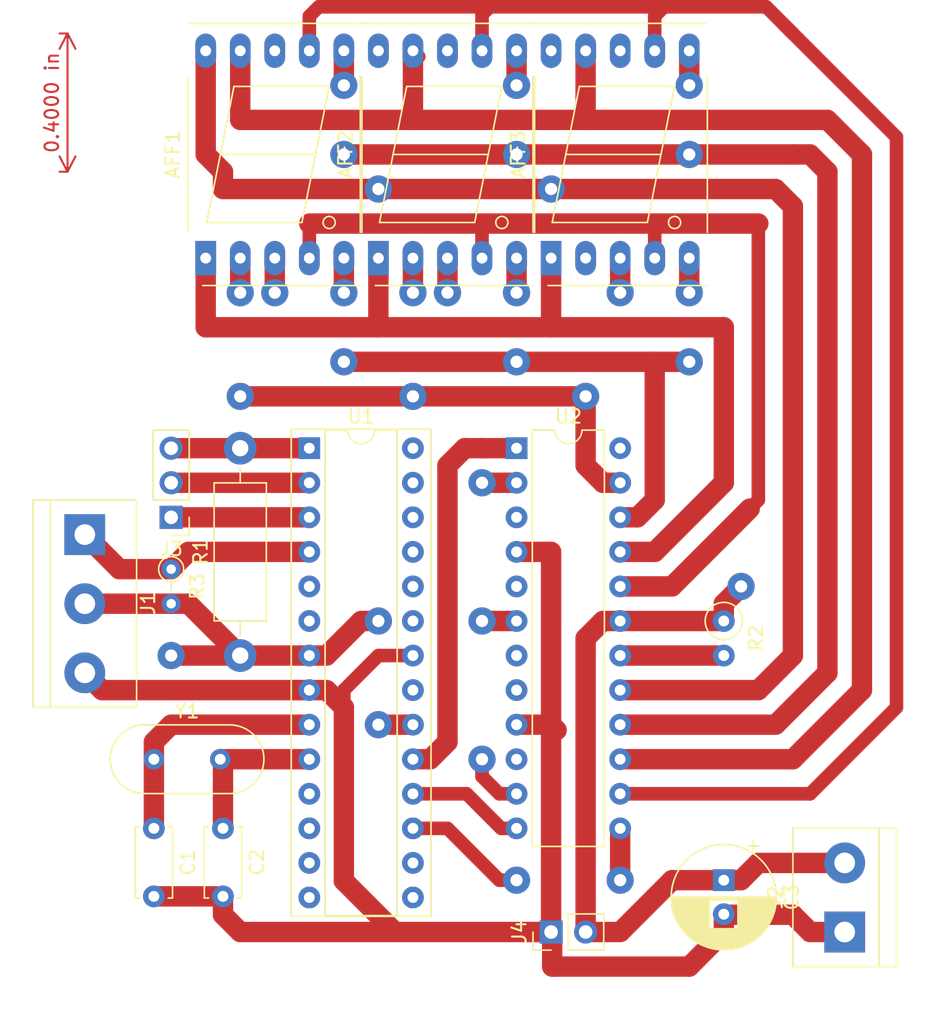
<source format=kicad_pcb>
(kicad_pcb (version 20171130) (host pcbnew 5.1.9-73d0e3b20d~88~ubuntu18.04.1)

  (general
    (thickness 1.6)
    (drawings 1)
    (tracks 228)
    (zones 0)
    (modules 16)
    (nets 45)
  )

  (page A4)
  (layers
    (0 F.Cu signal)
    (31 B.Cu signal)
    (32 B.Adhes user)
    (33 F.Adhes user)
    (34 B.Paste user)
    (35 F.Paste user)
    (36 B.SilkS user)
    (37 F.SilkS user)
    (38 B.Mask user)
    (39 F.Mask user)
    (40 Dwgs.User user)
    (41 Cmts.User user)
    (42 Eco1.User user)
    (43 Eco2.User user)
    (44 Edge.Cuts user)
    (45 Margin user)
    (46 B.CrtYd user)
    (47 F.CrtYd user)
    (48 B.Fab user)
    (49 F.Fab user)
  )

  (setup
    (last_trace_width 1.5)
    (user_trace_width 1)
    (user_trace_width 1.5)
    (user_trace_width 2)
    (trace_clearance 0.2)
    (zone_clearance 0.508)
    (zone_45_only no)
    (trace_min 0.2)
    (via_size 0.8)
    (via_drill 0.4)
    (via_min_size 0.4)
    (via_min_drill 0.3)
    (user_via 1 0.8)
    (user_via 2 0.9)
    (uvia_size 0.3)
    (uvia_drill 0.1)
    (uvias_allowed no)
    (uvia_min_size 0.2)
    (uvia_min_drill 0.1)
    (edge_width 0.05)
    (segment_width 0.2)
    (pcb_text_width 0.3)
    (pcb_text_size 1.5 1.5)
    (mod_edge_width 0.12)
    (mod_text_size 1 1)
    (mod_text_width 0.15)
    (pad_size 1.524 1.524)
    (pad_drill 0.762)
    (pad_to_mask_clearance 0)
    (aux_axis_origin 0 0)
    (grid_origin 76.2 73.66)
    (visible_elements FFFFFF7F)
    (pcbplotparams
      (layerselection 0x010fc_ffffffff)
      (usegerberextensions false)
      (usegerberattributes true)
      (usegerberadvancedattributes true)
      (creategerberjobfile true)
      (excludeedgelayer true)
      (linewidth 0.100000)
      (plotframeref false)
      (viasonmask false)
      (mode 1)
      (useauxorigin false)
      (hpglpennumber 1)
      (hpglpenspeed 20)
      (hpglpendiameter 15.000000)
      (psnegative false)
      (psa4output false)
      (plotreference true)
      (plotvalue true)
      (plotinvisibletext false)
      (padsonsilk false)
      (subtractmaskfromsilk false)
      (outputformat 5)
      (mirror false)
      (drillshape 0)
      (scaleselection 1)
      (outputdirectory "/home/jeril/Desktop/"))
  )

  (net 0 "")
  (net 1 "Net-(C1-Pad1)")
  (net 2 "Net-(C2-Pad1)")
  (net 3 "Net-(U1-Pad28)")
  (net 4 "Net-(U1-Pad14)")
  (net 5 "Net-(U1-Pad27)")
  (net 6 "Net-(U1-Pad13)")
  (net 7 "Net-(U1-Pad26)")
  (net 8 "Net-(U1-Pad12)")
  (net 9 "Net-(U1-Pad25)")
  (net 10 "Net-(U1-Pad11)")
  (net 11 "Net-(U1-Pad24)")
  (net 12 "Net-(U1-Pad23)")
  (net 13 "Net-(U1-Pad21)")
  (net 14 "Net-(U1-Pad6)")
  (net 15 "Net-(U1-Pad19)")
  (net 16 "Net-(U1-Pad5)")
  (net 17 "Net-(U1-Pad18)")
  (net 18 "Net-(U1-Pad17)")
  (net 19 "Net-(U1-Pad16)")
  (net 20 "Net-(U1-Pad15)")
  (net 21 "Net-(R2-Pad2)")
  (net 22 "Net-(U2-Pad24)")
  (net 23 "Net-(U2-Pad10)")
  (net 24 "Net-(U2-Pad8)")
  (net 25 "Net-(U2-Pad7)")
  (net 26 "Net-(U2-Pad5)")
  (net 27 "Net-(U2-Pad3)")
  (net 28 GND)
  (net 29 +5V)
  (net 30 "Net-(AFF1-Pad1)")
  (net 31 "Net-(AFF1-Pad2)")
  (net 32 "Net-(AFF1-Pad3)")
  (net 33 "Net-(AFF1-Pad4)")
  (net 34 "Net-(AFF1-Pad5)")
  (net 35 "Net-(AFF1-Pad6)")
  (net 36 "Net-(AFF1-Pad7)")
  (net 37 "Net-(AFF1-Pad9)")
  (net 38 "Net-(AFF1-Pad10)")
  (net 39 "Net-(AFF2-Pad3)")
  (net 40 "Net-(AFF3-Pad3)")
  (net 41 "Net-(J3-Pad3)")
  (net 42 "Net-(J3-Pad2)")
  (net 43 "Net-(J3-Pad1)")
  (net 44 "Net-(J1-Pad1)")

  (net_class Default "This is the default net class."
    (clearance 0.2)
    (trace_width 0.25)
    (via_dia 0.8)
    (via_drill 0.4)
    (uvia_dia 0.3)
    (uvia_drill 0.1)
    (add_net +5V)
    (add_net GND)
    (add_net "Net-(AFF1-Pad1)")
    (add_net "Net-(AFF1-Pad10)")
    (add_net "Net-(AFF1-Pad2)")
    (add_net "Net-(AFF1-Pad3)")
    (add_net "Net-(AFF1-Pad4)")
    (add_net "Net-(AFF1-Pad5)")
    (add_net "Net-(AFF1-Pad6)")
    (add_net "Net-(AFF1-Pad7)")
    (add_net "Net-(AFF1-Pad9)")
    (add_net "Net-(AFF2-Pad3)")
    (add_net "Net-(AFF3-Pad3)")
    (add_net "Net-(C1-Pad1)")
    (add_net "Net-(C2-Pad1)")
    (add_net "Net-(J1-Pad1)")
    (add_net "Net-(J3-Pad1)")
    (add_net "Net-(J3-Pad2)")
    (add_net "Net-(J3-Pad3)")
    (add_net "Net-(R2-Pad2)")
    (add_net "Net-(U1-Pad11)")
    (add_net "Net-(U1-Pad12)")
    (add_net "Net-(U1-Pad13)")
    (add_net "Net-(U1-Pad14)")
    (add_net "Net-(U1-Pad15)")
    (add_net "Net-(U1-Pad16)")
    (add_net "Net-(U1-Pad17)")
    (add_net "Net-(U1-Pad18)")
    (add_net "Net-(U1-Pad19)")
    (add_net "Net-(U1-Pad21)")
    (add_net "Net-(U1-Pad23)")
    (add_net "Net-(U1-Pad24)")
    (add_net "Net-(U1-Pad25)")
    (add_net "Net-(U1-Pad26)")
    (add_net "Net-(U1-Pad27)")
    (add_net "Net-(U1-Pad28)")
    (add_net "Net-(U1-Pad5)")
    (add_net "Net-(U1-Pad6)")
    (add_net "Net-(U2-Pad10)")
    (add_net "Net-(U2-Pad24)")
    (add_net "Net-(U2-Pad3)")
    (add_net "Net-(U2-Pad5)")
    (add_net "Net-(U2-Pad7)")
    (add_net "Net-(U2-Pad8)")
  )

  (module Resistor_THT:R_Axial_DIN0204_L3.6mm_D1.6mm_P2.54mm_Vertical (layer F.Cu) (tedit 5AE5139B) (tstamp 602B8204)
    (at 66.04 67.31 270)
    (descr "Resistor, Axial_DIN0204 series, Axial, Vertical, pin pitch=2.54mm, 0.167W, length*diameter=3.6*1.6mm^2, http://cdn-reichelt.de/documents/datenblatt/B400/1_4W%23YAG.pdf")
    (tags "Resistor Axial_DIN0204 series Axial Vertical pin pitch 2.54mm 0.167W length 3.6mm diameter 1.6mm")
    (path /602C3B27)
    (fp_text reference R3 (at 1.27 -1.92 90) (layer F.SilkS)
      (effects (font (size 1 1) (thickness 0.15)))
    )
    (fp_text value 10k (at 1.27 1.92 90) (layer F.Fab)
      (effects (font (size 1 1) (thickness 0.15)))
    )
    (fp_text user %R (at 1.27 -1.92 90) (layer F.Fab)
      (effects (font (size 1 1) (thickness 0.15)))
    )
    (fp_circle (center 0 0) (end 0.8 0) (layer F.Fab) (width 0.1))
    (fp_circle (center 0 0) (end 0.92 0) (layer F.SilkS) (width 0.12))
    (fp_line (start 0 0) (end 2.54 0) (layer F.Fab) (width 0.1))
    (fp_line (start 0.92 0) (end 1.54 0) (layer F.SilkS) (width 0.12))
    (fp_line (start -1.05 -1.05) (end -1.05 1.05) (layer F.CrtYd) (width 0.05))
    (fp_line (start -1.05 1.05) (end 3.49 1.05) (layer F.CrtYd) (width 0.05))
    (fp_line (start 3.49 1.05) (end 3.49 -1.05) (layer F.CrtYd) (width 0.05))
    (fp_line (start 3.49 -1.05) (end -1.05 -1.05) (layer F.CrtYd) (width 0.05))
    (pad 2 thru_hole oval (at 2.54 0 270) (size 1.4 1.4) (drill 0.7) (layers *.Cu *.Mask)
      (net 29 +5V))
    (pad 1 thru_hole circle (at 0 0 270) (size 1.4 1.4) (drill 0.7) (layers *.Cu *.Mask)
      (net 44 "Net-(J1-Pad1)"))
    (model ${KISYS3DMOD}/Resistor_THT.3dshapes/R_Axial_DIN0204_L3.6mm_D1.6mm_P2.54mm_Vertical.wrl
      (at (xyz 0 0 0))
      (scale (xyz 1 1 1))
      (rotate (xyz 0 0 0))
    )
  )

  (module Crystal:Crystal_HC49-U_Vertical (layer F.Cu) (tedit 5A1AD3B8) (tstamp 602B827F)
    (at 64.77 81.28)
    (descr "Crystal THT HC-49/U http://5hertz.com/pdfs/04404_D.pdf")
    (tags "THT crystalHC-49/U")
    (path /60223D1B)
    (fp_text reference Y1 (at 2.44 -3.525) (layer F.SilkS)
      (effects (font (size 1 1) (thickness 0.15)))
    )
    (fp_text value Crystal (at 2.44 3.525) (layer F.Fab)
      (effects (font (size 1 1) (thickness 0.15)))
    )
    (fp_arc (start 5.565 0) (end 5.565 -2.525) (angle 180) (layer F.SilkS) (width 0.12))
    (fp_arc (start -0.685 0) (end -0.685 -2.525) (angle -180) (layer F.SilkS) (width 0.12))
    (fp_arc (start 5.44 0) (end 5.44 -2) (angle 180) (layer F.Fab) (width 0.1))
    (fp_arc (start -0.56 0) (end -0.56 -2) (angle -180) (layer F.Fab) (width 0.1))
    (fp_arc (start 5.565 0) (end 5.565 -2.325) (angle 180) (layer F.Fab) (width 0.1))
    (fp_arc (start -0.685 0) (end -0.685 -2.325) (angle -180) (layer F.Fab) (width 0.1))
    (fp_text user %R (at 2.44 0) (layer F.Fab)
      (effects (font (size 1 1) (thickness 0.15)))
    )
    (fp_line (start -0.685 -2.325) (end 5.565 -2.325) (layer F.Fab) (width 0.1))
    (fp_line (start -0.685 2.325) (end 5.565 2.325) (layer F.Fab) (width 0.1))
    (fp_line (start -0.56 -2) (end 5.44 -2) (layer F.Fab) (width 0.1))
    (fp_line (start -0.56 2) (end 5.44 2) (layer F.Fab) (width 0.1))
    (fp_line (start -0.685 -2.525) (end 5.565 -2.525) (layer F.SilkS) (width 0.12))
    (fp_line (start -0.685 2.525) (end 5.565 2.525) (layer F.SilkS) (width 0.12))
    (fp_line (start -3.5 -2.8) (end -3.5 2.8) (layer F.CrtYd) (width 0.05))
    (fp_line (start -3.5 2.8) (end 8.4 2.8) (layer F.CrtYd) (width 0.05))
    (fp_line (start 8.4 2.8) (end 8.4 -2.8) (layer F.CrtYd) (width 0.05))
    (fp_line (start 8.4 -2.8) (end -3.5 -2.8) (layer F.CrtYd) (width 0.05))
    (pad 2 thru_hole circle (at 4.88 0) (size 1.5 1.5) (drill 0.8) (layers *.Cu *.Mask)
      (net 2 "Net-(C2-Pad1)"))
    (pad 1 thru_hole circle (at 0 0) (size 1.5 1.5) (drill 0.8) (layers *.Cu *.Mask)
      (net 1 "Net-(C1-Pad1)"))
    (model ${KISYS3DMOD}/Crystal.3dshapes/Crystal_HC49-U_Vertical.wrl
      (at (xyz 0 0 0))
      (scale (xyz 1 1 1))
      (rotate (xyz 0 0 0))
    )
  )

  (module Package_DIP:DIP-24_W7.62mm (layer F.Cu) (tedit 5A02E8C5) (tstamp 602B8268)
    (at 91.44 58.42)
    (descr "24-lead though-hole mounted DIP package, row spacing 7.62 mm (300 mils)")
    (tags "THT DIP DIL PDIP 2.54mm 7.62mm 300mil")
    (path /6025C974)
    (fp_text reference U2 (at 3.81 -2.33) (layer F.SilkS)
      (effects (font (size 1 1) (thickness 0.15)))
    )
    (fp_text value MAX7219 (at 3.81 30.27) (layer F.Fab)
      (effects (font (size 1 1) (thickness 0.15)))
    )
    (fp_text user %R (at 3.81 13.97) (layer F.Fab)
      (effects (font (size 1 1) (thickness 0.15)))
    )
    (fp_arc (start 3.81 -1.33) (end 2.81 -1.33) (angle -180) (layer F.SilkS) (width 0.12))
    (fp_line (start 1.635 -1.27) (end 6.985 -1.27) (layer F.Fab) (width 0.1))
    (fp_line (start 6.985 -1.27) (end 6.985 29.21) (layer F.Fab) (width 0.1))
    (fp_line (start 6.985 29.21) (end 0.635 29.21) (layer F.Fab) (width 0.1))
    (fp_line (start 0.635 29.21) (end 0.635 -0.27) (layer F.Fab) (width 0.1))
    (fp_line (start 0.635 -0.27) (end 1.635 -1.27) (layer F.Fab) (width 0.1))
    (fp_line (start 2.81 -1.33) (end 1.16 -1.33) (layer F.SilkS) (width 0.12))
    (fp_line (start 1.16 -1.33) (end 1.16 29.27) (layer F.SilkS) (width 0.12))
    (fp_line (start 1.16 29.27) (end 6.46 29.27) (layer F.SilkS) (width 0.12))
    (fp_line (start 6.46 29.27) (end 6.46 -1.33) (layer F.SilkS) (width 0.12))
    (fp_line (start 6.46 -1.33) (end 4.81 -1.33) (layer F.SilkS) (width 0.12))
    (fp_line (start -1.1 -1.55) (end -1.1 29.5) (layer F.CrtYd) (width 0.05))
    (fp_line (start -1.1 29.5) (end 8.7 29.5) (layer F.CrtYd) (width 0.05))
    (fp_line (start 8.7 29.5) (end 8.7 -1.55) (layer F.CrtYd) (width 0.05))
    (fp_line (start 8.7 -1.55) (end -1.1 -1.55) (layer F.CrtYd) (width 0.05))
    (pad 24 thru_hole oval (at 7.62 0) (size 1.6 1.6) (drill 0.8) (layers *.Cu *.Mask)
      (net 22 "Net-(U2-Pad24)"))
    (pad 12 thru_hole oval (at 0 27.94) (size 1.6 1.6) (drill 0.8) (layers *.Cu *.Mask)
      (net 17 "Net-(U1-Pad18)"))
    (pad 23 thru_hole oval (at 7.62 2.54) (size 1.6 1.6) (drill 0.8) (layers *.Cu *.Mask)
      (net 31 "Net-(AFF1-Pad2)"))
    (pad 11 thru_hole oval (at 0 25.4) (size 1.6 1.6) (drill 0.8) (layers *.Cu *.Mask)
      (net 39 "Net-(AFF2-Pad3)"))
    (pad 22 thru_hole oval (at 7.62 5.08) (size 1.6 1.6) (drill 0.8) (layers *.Cu *.Mask)
      (net 34 "Net-(AFF1-Pad5)"))
    (pad 10 thru_hole oval (at 0 22.86) (size 1.6 1.6) (drill 0.8) (layers *.Cu *.Mask)
      (net 23 "Net-(U2-Pad10)"))
    (pad 21 thru_hole oval (at 7.62 7.62) (size 1.6 1.6) (drill 0.8) (layers *.Cu *.Mask)
      (net 30 "Net-(AFF1-Pad1)"))
    (pad 9 thru_hole oval (at 0 20.32) (size 1.6 1.6) (drill 0.8) (layers *.Cu *.Mask)
      (net 28 GND))
    (pad 20 thru_hole oval (at 7.62 10.16) (size 1.6 1.6) (drill 0.8) (layers *.Cu *.Mask)
      (net 33 "Net-(AFF1-Pad4)"))
    (pad 8 thru_hole oval (at 0 17.78) (size 1.6 1.6) (drill 0.8) (layers *.Cu *.Mask)
      (net 24 "Net-(U2-Pad8)"))
    (pad 19 thru_hole oval (at 7.62 12.7) (size 1.6 1.6) (drill 0.8) (layers *.Cu *.Mask)
      (net 29 +5V))
    (pad 7 thru_hole oval (at 0 15.24) (size 1.6 1.6) (drill 0.8) (layers *.Cu *.Mask)
      (net 25 "Net-(U2-Pad7)"))
    (pad 18 thru_hole oval (at 7.62 15.24) (size 1.6 1.6) (drill 0.8) (layers *.Cu *.Mask)
      (net 21 "Net-(R2-Pad2)"))
    (pad 6 thru_hole oval (at 0 12.7) (size 1.6 1.6) (drill 0.8) (layers *.Cu *.Mask)
      (net 40 "Net-(AFF3-Pad3)"))
    (pad 17 thru_hole oval (at 7.62 17.78) (size 1.6 1.6) (drill 0.8) (layers *.Cu *.Mask)
      (net 38 "Net-(AFF1-Pad10)"))
    (pad 5 thru_hole oval (at 0 10.16) (size 1.6 1.6) (drill 0.8) (layers *.Cu *.Mask)
      (net 26 "Net-(U2-Pad5)"))
    (pad 16 thru_hole oval (at 7.62 20.32) (size 1.6 1.6) (drill 0.8) (layers *.Cu *.Mask)
      (net 35 "Net-(AFF1-Pad6)"))
    (pad 4 thru_hole oval (at 0 7.62) (size 1.6 1.6) (drill 0.8) (layers *.Cu *.Mask)
      (net 28 GND))
    (pad 15 thru_hole oval (at 7.62 22.86) (size 1.6 1.6) (drill 0.8) (layers *.Cu *.Mask)
      (net 37 "Net-(AFF1-Pad9)"))
    (pad 3 thru_hole oval (at 0 5.08) (size 1.6 1.6) (drill 0.8) (layers *.Cu *.Mask)
      (net 27 "Net-(U2-Pad3)"))
    (pad 14 thru_hole oval (at 7.62 25.4) (size 1.6 1.6) (drill 0.8) (layers *.Cu *.Mask)
      (net 36 "Net-(AFF1-Pad7)"))
    (pad 2 thru_hole oval (at 0 2.54) (size 1.6 1.6) (drill 0.8) (layers *.Cu *.Mask)
      (net 32 "Net-(AFF1-Pad3)"))
    (pad 13 thru_hole oval (at 7.62 27.94) (size 1.6 1.6) (drill 0.8) (layers *.Cu *.Mask)
      (net 18 "Net-(U1-Pad17)"))
    (pad 1 thru_hole rect (at 0 0) (size 1.6 1.6) (drill 0.8) (layers *.Cu *.Mask)
      (net 15 "Net-(U1-Pad19)"))
    (model ${KISYS3DMOD}/Package_DIP.3dshapes/DIP-24_W7.62mm.wrl
      (at (xyz 0 0 0))
      (scale (xyz 1 1 1))
      (rotate (xyz 0 0 0))
    )
  )

  (module Package_DIP:DIP-28_W7.62mm_Socket (layer F.Cu) (tedit 5A02E8C5) (tstamp 602B823C)
    (at 76.2 58.42)
    (descr "28-lead though-hole mounted DIP package, row spacing 7.62 mm (300 mils), Socket")
    (tags "THT DIP DIL PDIP 2.54mm 7.62mm 300mil Socket")
    (path /6023B19D)
    (fp_text reference U1 (at 3.81 -2.33) (layer F.SilkS)
      (effects (font (size 1 1) (thickness 0.15)))
    )
    (fp_text value ATmega328P-PU (at 3.81 35.35) (layer F.Fab)
      (effects (font (size 1 1) (thickness 0.15)))
    )
    (fp_text user %R (at 3.81 16.51) (layer F.Fab)
      (effects (font (size 1 1) (thickness 0.15)))
    )
    (fp_arc (start 3.81 -1.33) (end 2.81 -1.33) (angle -180) (layer F.SilkS) (width 0.12))
    (fp_line (start 1.635 -1.27) (end 6.985 -1.27) (layer F.Fab) (width 0.1))
    (fp_line (start 6.985 -1.27) (end 6.985 34.29) (layer F.Fab) (width 0.1))
    (fp_line (start 6.985 34.29) (end 0.635 34.29) (layer F.Fab) (width 0.1))
    (fp_line (start 0.635 34.29) (end 0.635 -0.27) (layer F.Fab) (width 0.1))
    (fp_line (start 0.635 -0.27) (end 1.635 -1.27) (layer F.Fab) (width 0.1))
    (fp_line (start -1.27 -1.33) (end -1.27 34.35) (layer F.Fab) (width 0.1))
    (fp_line (start -1.27 34.35) (end 8.89 34.35) (layer F.Fab) (width 0.1))
    (fp_line (start 8.89 34.35) (end 8.89 -1.33) (layer F.Fab) (width 0.1))
    (fp_line (start 8.89 -1.33) (end -1.27 -1.33) (layer F.Fab) (width 0.1))
    (fp_line (start 2.81 -1.33) (end 1.16 -1.33) (layer F.SilkS) (width 0.12))
    (fp_line (start 1.16 -1.33) (end 1.16 34.35) (layer F.SilkS) (width 0.12))
    (fp_line (start 1.16 34.35) (end 6.46 34.35) (layer F.SilkS) (width 0.12))
    (fp_line (start 6.46 34.35) (end 6.46 -1.33) (layer F.SilkS) (width 0.12))
    (fp_line (start 6.46 -1.33) (end 4.81 -1.33) (layer F.SilkS) (width 0.12))
    (fp_line (start -1.33 -1.39) (end -1.33 34.41) (layer F.SilkS) (width 0.12))
    (fp_line (start -1.33 34.41) (end 8.95 34.41) (layer F.SilkS) (width 0.12))
    (fp_line (start 8.95 34.41) (end 8.95 -1.39) (layer F.SilkS) (width 0.12))
    (fp_line (start 8.95 -1.39) (end -1.33 -1.39) (layer F.SilkS) (width 0.12))
    (fp_line (start -1.55 -1.6) (end -1.55 34.65) (layer F.CrtYd) (width 0.05))
    (fp_line (start -1.55 34.65) (end 9.15 34.65) (layer F.CrtYd) (width 0.05))
    (fp_line (start 9.15 34.65) (end 9.15 -1.6) (layer F.CrtYd) (width 0.05))
    (fp_line (start 9.15 -1.6) (end -1.55 -1.6) (layer F.CrtYd) (width 0.05))
    (pad 28 thru_hole oval (at 7.62 0) (size 1.6 1.6) (drill 0.8) (layers *.Cu *.Mask)
      (net 3 "Net-(U1-Pad28)"))
    (pad 14 thru_hole oval (at 0 33.02) (size 1.6 1.6) (drill 0.8) (layers *.Cu *.Mask)
      (net 4 "Net-(U1-Pad14)"))
    (pad 27 thru_hole oval (at 7.62 2.54) (size 1.6 1.6) (drill 0.8) (layers *.Cu *.Mask)
      (net 5 "Net-(U1-Pad27)"))
    (pad 13 thru_hole oval (at 0 30.48) (size 1.6 1.6) (drill 0.8) (layers *.Cu *.Mask)
      (net 6 "Net-(U1-Pad13)"))
    (pad 26 thru_hole oval (at 7.62 5.08) (size 1.6 1.6) (drill 0.8) (layers *.Cu *.Mask)
      (net 7 "Net-(U1-Pad26)"))
    (pad 12 thru_hole oval (at 0 27.94) (size 1.6 1.6) (drill 0.8) (layers *.Cu *.Mask)
      (net 8 "Net-(U1-Pad12)"))
    (pad 25 thru_hole oval (at 7.62 7.62) (size 1.6 1.6) (drill 0.8) (layers *.Cu *.Mask)
      (net 9 "Net-(U1-Pad25)"))
    (pad 11 thru_hole oval (at 0 25.4) (size 1.6 1.6) (drill 0.8) (layers *.Cu *.Mask)
      (net 10 "Net-(U1-Pad11)"))
    (pad 24 thru_hole oval (at 7.62 10.16) (size 1.6 1.6) (drill 0.8) (layers *.Cu *.Mask)
      (net 11 "Net-(U1-Pad24)"))
    (pad 10 thru_hole oval (at 0 22.86) (size 1.6 1.6) (drill 0.8) (layers *.Cu *.Mask)
      (net 2 "Net-(C2-Pad1)"))
    (pad 23 thru_hole oval (at 7.62 12.7) (size 1.6 1.6) (drill 0.8) (layers *.Cu *.Mask)
      (net 12 "Net-(U1-Pad23)"))
    (pad 9 thru_hole oval (at 0 20.32) (size 1.6 1.6) (drill 0.8) (layers *.Cu *.Mask)
      (net 1 "Net-(C1-Pad1)"))
    (pad 22 thru_hole oval (at 7.62 15.24) (size 1.6 1.6) (drill 0.8) (layers *.Cu *.Mask)
      (net 28 GND))
    (pad 8 thru_hole oval (at 0 17.78) (size 1.6 1.6) (drill 0.8) (layers *.Cu *.Mask)
      (net 28 GND))
    (pad 21 thru_hole oval (at 7.62 17.78) (size 1.6 1.6) (drill 0.8) (layers *.Cu *.Mask)
      (net 13 "Net-(U1-Pad21)"))
    (pad 7 thru_hole oval (at 0 15.24) (size 1.6 1.6) (drill 0.8) (layers *.Cu *.Mask)
      (net 29 +5V))
    (pad 20 thru_hole oval (at 7.62 20.32) (size 1.6 1.6) (drill 0.8) (layers *.Cu *.Mask)
      (net 29 +5V))
    (pad 6 thru_hole oval (at 0 12.7) (size 1.6 1.6) (drill 0.8) (layers *.Cu *.Mask)
      (net 14 "Net-(U1-Pad6)"))
    (pad 19 thru_hole oval (at 7.62 22.86) (size 1.6 1.6) (drill 0.8) (layers *.Cu *.Mask)
      (net 15 "Net-(U1-Pad19)"))
    (pad 5 thru_hole oval (at 0 10.16) (size 1.6 1.6) (drill 0.8) (layers *.Cu *.Mask)
      (net 16 "Net-(U1-Pad5)"))
    (pad 18 thru_hole oval (at 7.62 25.4) (size 1.6 1.6) (drill 0.8) (layers *.Cu *.Mask)
      (net 17 "Net-(U1-Pad18)"))
    (pad 4 thru_hole oval (at 0 7.62) (size 1.6 1.6) (drill 0.8) (layers *.Cu *.Mask)
      (net 44 "Net-(J1-Pad1)"))
    (pad 17 thru_hole oval (at 7.62 27.94) (size 1.6 1.6) (drill 0.8) (layers *.Cu *.Mask)
      (net 18 "Net-(U1-Pad17)"))
    (pad 3 thru_hole oval (at 0 5.08) (size 1.6 1.6) (drill 0.8) (layers *.Cu *.Mask)
      (net 43 "Net-(J3-Pad1)"))
    (pad 16 thru_hole oval (at 7.62 30.48) (size 1.6 1.6) (drill 0.8) (layers *.Cu *.Mask)
      (net 19 "Net-(U1-Pad16)"))
    (pad 2 thru_hole oval (at 0 2.54) (size 1.6 1.6) (drill 0.8) (layers *.Cu *.Mask)
      (net 42 "Net-(J3-Pad2)"))
    (pad 15 thru_hole oval (at 7.62 33.02) (size 1.6 1.6) (drill 0.8) (layers *.Cu *.Mask)
      (net 20 "Net-(U1-Pad15)"))
    (pad 1 thru_hole rect (at 0 0) (size 1.6 1.6) (drill 0.8) (layers *.Cu *.Mask)
      (net 41 "Net-(J3-Pad3)"))
    (model ${KISYS3DMOD}/Package_DIP.3dshapes/DIP-28_W7.62mm_Socket.wrl
      (at (xyz 0 0 0))
      (scale (xyz 1 1 1))
      (rotate (xyz 0 0 0))
    )
  )

  (module Resistor_THT:R_Axial_DIN0207_L6.3mm_D2.5mm_P2.54mm_Vertical (layer F.Cu) (tedit 5AE5139B) (tstamp 602B81ED)
    (at 106.68 71.12 270)
    (descr "Resistor, Axial_DIN0207 series, Axial, Vertical, pin pitch=2.54mm, 0.25W = 1/4W, length*diameter=6.3*2.5mm^2, http://cdn-reichelt.de/documents/datenblatt/B400/1_4W%23YAG.pdf")
    (tags "Resistor Axial_DIN0207 series Axial Vertical pin pitch 2.54mm 0.25W = 1/4W length 6.3mm diameter 2.5mm")
    (path /6026211D)
    (fp_text reference R2 (at 1.27 -2.37 90) (layer F.SilkS)
      (effects (font (size 1 1) (thickness 0.15)))
    )
    (fp_text value 33k (at 1.27 2.37 90) (layer F.Fab)
      (effects (font (size 1 1) (thickness 0.15)))
    )
    (fp_text user %R (at 1.27 -2.37 90) (layer F.Fab)
      (effects (font (size 1 1) (thickness 0.15)))
    )
    (fp_circle (center 0 0) (end 1.25 0) (layer F.Fab) (width 0.1))
    (fp_circle (center 0 0) (end 1.37 0) (layer F.SilkS) (width 0.12))
    (fp_line (start 0 0) (end 2.54 0) (layer F.Fab) (width 0.1))
    (fp_line (start 1.37 0) (end 1.44 0) (layer F.SilkS) (width 0.12))
    (fp_line (start -1.5 -1.5) (end -1.5 1.5) (layer F.CrtYd) (width 0.05))
    (fp_line (start -1.5 1.5) (end 3.59 1.5) (layer F.CrtYd) (width 0.05))
    (fp_line (start 3.59 1.5) (end 3.59 -1.5) (layer F.CrtYd) (width 0.05))
    (fp_line (start 3.59 -1.5) (end -1.5 -1.5) (layer F.CrtYd) (width 0.05))
    (pad 2 thru_hole oval (at 2.54 0 270) (size 1.6 1.6) (drill 0.8) (layers *.Cu *.Mask)
      (net 21 "Net-(R2-Pad2)"))
    (pad 1 thru_hole circle (at 0 0 270) (size 1.6 1.6) (drill 0.8) (layers *.Cu *.Mask)
      (net 29 +5V))
    (model ${KISYS3DMOD}/Resistor_THT.3dshapes/R_Axial_DIN0207_L6.3mm_D2.5mm_P2.54mm_Vertical.wrl
      (at (xyz 0 0 0))
      (scale (xyz 1 1 1))
      (rotate (xyz 0 0 0))
    )
  )

  (module Resistor_THT:R_Axial_DIN0411_L9.9mm_D3.6mm_P15.24mm_Horizontal (layer F.Cu) (tedit 5AE5139B) (tstamp 602B81DE)
    (at 71.12 73.66 90)
    (descr "Resistor, Axial_DIN0411 series, Axial, Horizontal, pin pitch=15.24mm, 1W, length*diameter=9.9*3.6mm^2")
    (tags "Resistor Axial_DIN0411 series Axial Horizontal pin pitch 15.24mm 1W length 9.9mm diameter 3.6mm")
    (path /60258C40)
    (fp_text reference R1 (at 7.62 -2.92 90) (layer F.SilkS)
      (effects (font (size 1 1) (thickness 0.15)))
    )
    (fp_text value 10k (at 7.62 2.92 90) (layer F.Fab)
      (effects (font (size 1 1) (thickness 0.15)))
    )
    (fp_text user %R (at 7.62 0 90) (layer F.Fab)
      (effects (font (size 1 1) (thickness 0.15)))
    )
    (fp_line (start 2.67 -1.8) (end 2.67 1.8) (layer F.Fab) (width 0.1))
    (fp_line (start 2.67 1.8) (end 12.57 1.8) (layer F.Fab) (width 0.1))
    (fp_line (start 12.57 1.8) (end 12.57 -1.8) (layer F.Fab) (width 0.1))
    (fp_line (start 12.57 -1.8) (end 2.67 -1.8) (layer F.Fab) (width 0.1))
    (fp_line (start 0 0) (end 2.67 0) (layer F.Fab) (width 0.1))
    (fp_line (start 15.24 0) (end 12.57 0) (layer F.Fab) (width 0.1))
    (fp_line (start 2.55 -1.92) (end 2.55 1.92) (layer F.SilkS) (width 0.12))
    (fp_line (start 2.55 1.92) (end 12.69 1.92) (layer F.SilkS) (width 0.12))
    (fp_line (start 12.69 1.92) (end 12.69 -1.92) (layer F.SilkS) (width 0.12))
    (fp_line (start 12.69 -1.92) (end 2.55 -1.92) (layer F.SilkS) (width 0.12))
    (fp_line (start 1.44 0) (end 2.55 0) (layer F.SilkS) (width 0.12))
    (fp_line (start 13.8 0) (end 12.69 0) (layer F.SilkS) (width 0.12))
    (fp_line (start -1.45 -2.05) (end -1.45 2.05) (layer F.CrtYd) (width 0.05))
    (fp_line (start -1.45 2.05) (end 16.69 2.05) (layer F.CrtYd) (width 0.05))
    (fp_line (start 16.69 2.05) (end 16.69 -2.05) (layer F.CrtYd) (width 0.05))
    (fp_line (start 16.69 -2.05) (end -1.45 -2.05) (layer F.CrtYd) (width 0.05))
    (pad 2 thru_hole oval (at 15.24 0 90) (size 2.4 2.4) (drill 1.2) (layers *.Cu *.Mask)
      (net 41 "Net-(J3-Pad3)"))
    (pad 1 thru_hole circle (at 0 0 90) (size 2.4 2.4) (drill 1.2) (layers *.Cu *.Mask)
      (net 29 +5V))
    (model ${KISYS3DMOD}/Resistor_THT.3dshapes/R_Axial_DIN0411_L9.9mm_D3.6mm_P15.24mm_Horizontal.wrl
      (at (xyz 0 0 0))
      (scale (xyz 1 1 1))
      (rotate (xyz 0 0 0))
    )
  )

  (module Connector_PinHeader_2.54mm:PinHeader_1x02_P2.54mm_Vertical (layer F.Cu) (tedit 59FED5CC) (tstamp 602B81C7)
    (at 93.98 93.98 90)
    (descr "Through hole straight pin header, 1x02, 2.54mm pitch, single row")
    (tags "Through hole pin header THT 1x02 2.54mm single row")
    (path /603B294F)
    (fp_text reference J4 (at 0 -2.33 90) (layer F.SilkS)
      (effects (font (size 1 1) (thickness 0.15)))
    )
    (fp_text value Conn_01x02_Male (at 0 4.87 90) (layer F.Fab)
      (effects (font (size 1 1) (thickness 0.15)))
    )
    (fp_text user %R (at 12.7 10.16) (layer F.Fab)
      (effects (font (size 1 1) (thickness 0.15)))
    )
    (fp_line (start -0.635 -1.27) (end 1.27 -1.27) (layer F.Fab) (width 0.1))
    (fp_line (start 1.27 -1.27) (end 1.27 3.81) (layer F.Fab) (width 0.1))
    (fp_line (start 1.27 3.81) (end -1.27 3.81) (layer F.Fab) (width 0.1))
    (fp_line (start -1.27 3.81) (end -1.27 -0.635) (layer F.Fab) (width 0.1))
    (fp_line (start -1.27 -0.635) (end -0.635 -1.27) (layer F.Fab) (width 0.1))
    (fp_line (start -1.33 3.87) (end 1.33 3.87) (layer F.SilkS) (width 0.12))
    (fp_line (start -1.33 1.27) (end -1.33 3.87) (layer F.SilkS) (width 0.12))
    (fp_line (start 1.33 1.27) (end 1.33 3.87) (layer F.SilkS) (width 0.12))
    (fp_line (start -1.33 1.27) (end 1.33 1.27) (layer F.SilkS) (width 0.12))
    (fp_line (start -1.33 0) (end -1.33 -1.33) (layer F.SilkS) (width 0.12))
    (fp_line (start -1.33 -1.33) (end 0 -1.33) (layer F.SilkS) (width 0.12))
    (fp_line (start -1.8 -1.8) (end -1.8 4.35) (layer F.CrtYd) (width 0.05))
    (fp_line (start -1.8 4.35) (end 1.8 4.35) (layer F.CrtYd) (width 0.05))
    (fp_line (start 1.8 4.35) (end 1.8 -1.8) (layer F.CrtYd) (width 0.05))
    (fp_line (start 1.8 -1.8) (end -1.8 -1.8) (layer F.CrtYd) (width 0.05))
    (pad 2 thru_hole oval (at 0 2.54 90) (size 1.7 1.7) (drill 1) (layers *.Cu *.Mask)
      (net 29 +5V))
    (pad 1 thru_hole rect (at 0 0 90) (size 1.7 1.7) (drill 1) (layers *.Cu *.Mask)
      (net 28 GND))
    (model ${KISYS3DMOD}/Connector_PinHeader_2.54mm.3dshapes/PinHeader_1x02_P2.54mm_Vertical.wrl
      (at (xyz 0 0 0))
      (scale (xyz 1 1 1))
      (rotate (xyz 0 0 0))
    )
  )

  (module Connector_PinHeader_2.54mm:PinHeader_1x03_P2.54mm_Vertical (layer F.Cu) (tedit 59FED5CC) (tstamp 602B81B1)
    (at 66.04 63.5 180)
    (descr "Through hole straight pin header, 1x03, 2.54mm pitch, single row")
    (tags "Through hole pin header THT 1x03 2.54mm single row")
    (path /6039FE83)
    (fp_text reference J3 (at 0 -2.33) (layer F.SilkS)
      (effects (font (size 1 1) (thickness 0.15)))
    )
    (fp_text value Conn_01x03_Male (at 0 7.41) (layer F.Fab)
      (effects (font (size 1 1) (thickness 0.15)))
    )
    (fp_text user %R (at 0 2.54 90) (layer F.Fab)
      (effects (font (size 1 1) (thickness 0.15)))
    )
    (fp_line (start -0.635 -1.27) (end 1.27 -1.27) (layer F.Fab) (width 0.1))
    (fp_line (start 1.27 -1.27) (end 1.27 6.35) (layer F.Fab) (width 0.1))
    (fp_line (start 1.27 6.35) (end -1.27 6.35) (layer F.Fab) (width 0.1))
    (fp_line (start -1.27 6.35) (end -1.27 -0.635) (layer F.Fab) (width 0.1))
    (fp_line (start -1.27 -0.635) (end -0.635 -1.27) (layer F.Fab) (width 0.1))
    (fp_line (start -1.33 6.41) (end 1.33 6.41) (layer F.SilkS) (width 0.12))
    (fp_line (start -1.33 1.27) (end -1.33 6.41) (layer F.SilkS) (width 0.12))
    (fp_line (start 1.33 1.27) (end 1.33 6.41) (layer F.SilkS) (width 0.12))
    (fp_line (start -1.33 1.27) (end 1.33 1.27) (layer F.SilkS) (width 0.12))
    (fp_line (start -1.33 0) (end -1.33 -1.33) (layer F.SilkS) (width 0.12))
    (fp_line (start -1.33 -1.33) (end 0 -1.33) (layer F.SilkS) (width 0.12))
    (fp_line (start -1.8 -1.8) (end -1.8 6.85) (layer F.CrtYd) (width 0.05))
    (fp_line (start -1.8 6.85) (end 1.8 6.85) (layer F.CrtYd) (width 0.05))
    (fp_line (start 1.8 6.85) (end 1.8 -1.8) (layer F.CrtYd) (width 0.05))
    (fp_line (start 1.8 -1.8) (end -1.8 -1.8) (layer F.CrtYd) (width 0.05))
    (pad 3 thru_hole oval (at 0 5.08 180) (size 1.7 1.7) (drill 1) (layers *.Cu *.Mask)
      (net 41 "Net-(J3-Pad3)"))
    (pad 2 thru_hole oval (at 0 2.54 180) (size 1.7 1.7) (drill 1) (layers *.Cu *.Mask)
      (net 42 "Net-(J3-Pad2)"))
    (pad 1 thru_hole rect (at 0 0 180) (size 1.7 1.7) (drill 1) (layers *.Cu *.Mask)
      (net 43 "Net-(J3-Pad1)"))
    (model ${KISYS3DMOD}/Connector_PinHeader_2.54mm.3dshapes/PinHeader_1x03_P2.54mm_Vertical.wrl
      (at (xyz 0 0 0))
      (scale (xyz 1 1 1))
      (rotate (xyz 0 0 0))
    )
  )

  (module TerminalBlock:TerminalBlock_bornier-2_P5.08mm (layer F.Cu) (tedit 59FF03AB) (tstamp 602B819A)
    (at 115.57 93.98 90)
    (descr "simple 2-pin terminal block, pitch 5.08mm, revamped version of bornier2")
    (tags "terminal block bornier2")
    (path /6038A8AF)
    (fp_text reference J2 (at 2.54 -5.08 90) (layer F.SilkS)
      (effects (font (size 1 1) (thickness 0.15)))
    )
    (fp_text value Screw_Terminal_01x02 (at 2.54 5.08 90) (layer F.Fab)
      (effects (font (size 1 1) (thickness 0.15)))
    )
    (fp_text user %R (at 2.54 0 90) (layer F.Fab)
      (effects (font (size 1 1) (thickness 0.15)))
    )
    (fp_line (start -2.41 2.55) (end 7.49 2.55) (layer F.Fab) (width 0.1))
    (fp_line (start -2.46 -3.75) (end -2.46 3.75) (layer F.Fab) (width 0.1))
    (fp_line (start -2.46 3.75) (end 7.54 3.75) (layer F.Fab) (width 0.1))
    (fp_line (start 7.54 3.75) (end 7.54 -3.75) (layer F.Fab) (width 0.1))
    (fp_line (start 7.54 -3.75) (end -2.46 -3.75) (layer F.Fab) (width 0.1))
    (fp_line (start 7.62 2.54) (end -2.54 2.54) (layer F.SilkS) (width 0.12))
    (fp_line (start 7.62 3.81) (end 7.62 -3.81) (layer F.SilkS) (width 0.12))
    (fp_line (start 7.62 -3.81) (end -2.54 -3.81) (layer F.SilkS) (width 0.12))
    (fp_line (start -2.54 -3.81) (end -2.54 3.81) (layer F.SilkS) (width 0.12))
    (fp_line (start -2.54 3.81) (end 7.62 3.81) (layer F.SilkS) (width 0.12))
    (fp_line (start -2.71 -4) (end 7.79 -4) (layer F.CrtYd) (width 0.05))
    (fp_line (start -2.71 -4) (end -2.71 4) (layer F.CrtYd) (width 0.05))
    (fp_line (start 7.79 4) (end 7.79 -4) (layer F.CrtYd) (width 0.05))
    (fp_line (start 7.79 4) (end -2.71 4) (layer F.CrtYd) (width 0.05))
    (pad 2 thru_hole circle (at 5.08 0 90) (size 3 3) (drill 1.52) (layers *.Cu *.Mask)
      (net 29 +5V))
    (pad 1 thru_hole rect (at 0 0 90) (size 3 3) (drill 1.52) (layers *.Cu *.Mask)
      (net 28 GND))
    (model ${KISYS3DMOD}/TerminalBlock.3dshapes/TerminalBlock_bornier-2_P5.08mm.wrl
      (offset (xyz 2.539999961853027 0 0))
      (scale (xyz 1 1 1))
      (rotate (xyz 0 0 0))
    )
  )

  (module TerminalBlock:TerminalBlock_bornier-3_P5.08mm (layer F.Cu) (tedit 59FF03B9) (tstamp 602B8185)
    (at 59.69 64.77 270)
    (descr "simple 3-pin terminal block, pitch 5.08mm, revamped version of bornier3")
    (tags "terminal block bornier3")
    (path /602941B2)
    (fp_text reference J1 (at 5.05 -4.65 90) (layer F.SilkS)
      (effects (font (size 1 1) (thickness 0.15)))
    )
    (fp_text value Screw_Terminal_01x03 (at 5.08 5.08 90) (layer F.Fab)
      (effects (font (size 1 1) (thickness 0.15)))
    )
    (fp_text user %R (at 5.08 0 90) (layer F.Fab)
      (effects (font (size 1 1) (thickness 0.15)))
    )
    (fp_line (start -2.47 2.55) (end 12.63 2.55) (layer F.Fab) (width 0.1))
    (fp_line (start -2.47 -3.75) (end 12.63 -3.75) (layer F.Fab) (width 0.1))
    (fp_line (start 12.63 -3.75) (end 12.63 3.75) (layer F.Fab) (width 0.1))
    (fp_line (start 12.63 3.75) (end -2.47 3.75) (layer F.Fab) (width 0.1))
    (fp_line (start -2.47 3.75) (end -2.47 -3.75) (layer F.Fab) (width 0.1))
    (fp_line (start -2.54 3.81) (end -2.54 -3.81) (layer F.SilkS) (width 0.12))
    (fp_line (start 12.7 3.81) (end 12.7 -3.81) (layer F.SilkS) (width 0.12))
    (fp_line (start -2.54 2.54) (end 12.7 2.54) (layer F.SilkS) (width 0.12))
    (fp_line (start -2.54 -3.81) (end 12.7 -3.81) (layer F.SilkS) (width 0.12))
    (fp_line (start -2.54 3.81) (end 12.7 3.81) (layer F.SilkS) (width 0.12))
    (fp_line (start -2.72 -4) (end 12.88 -4) (layer F.CrtYd) (width 0.05))
    (fp_line (start -2.72 -4) (end -2.72 4) (layer F.CrtYd) (width 0.05))
    (fp_line (start 12.88 4) (end 12.88 -4) (layer F.CrtYd) (width 0.05))
    (fp_line (start 12.88 4) (end -2.72 4) (layer F.CrtYd) (width 0.05))
    (pad 3 thru_hole circle (at 10.16 0 270) (size 3 3) (drill 1.52) (layers *.Cu *.Mask)
      (net 28 GND))
    (pad 2 thru_hole circle (at 5.08 0 270) (size 3 3) (drill 1.52) (layers *.Cu *.Mask)
      (net 29 +5V))
    (pad 1 thru_hole rect (at 0 0 270) (size 3 3) (drill 1.52) (layers *.Cu *.Mask)
      (net 44 "Net-(J1-Pad1)"))
    (model ${KISYS3DMOD}/TerminalBlock.3dshapes/TerminalBlock_bornier-3_P5.08mm.wrl
      (offset (xyz 5.079999923706055 0 0))
      (scale (xyz 1 1 1))
      (rotate (xyz 0 0 0))
    )
  )

  (module Capacitor_THT:CP_Radial_D7.5mm_P2.50mm (layer F.Cu) (tedit 5AE50EF0) (tstamp 602B816F)
    (at 106.68 90.17 270)
    (descr "CP, Radial series, Radial, pin pitch=2.50mm, , diameter=7.5mm, Electrolytic Capacitor")
    (tags "CP Radial series Radial pin pitch 2.50mm  diameter 7.5mm Electrolytic Capacitor")
    (path /60283DC4)
    (fp_text reference C3 (at 1.25 -5 90) (layer F.SilkS)
      (effects (font (size 1 1) (thickness 0.15)))
    )
    (fp_text value "10 uF" (at 1.25 5 90) (layer F.Fab)
      (effects (font (size 1 1) (thickness 0.15)))
    )
    (fp_text user %R (at 1.25 0 90) (layer F.Fab)
      (effects (font (size 1 1) (thickness 0.15)))
    )
    (fp_circle (center 1.25 0) (end 5 0) (layer F.Fab) (width 0.1))
    (fp_circle (center 1.25 0) (end 5.12 0) (layer F.SilkS) (width 0.12))
    (fp_circle (center 1.25 0) (end 5.25 0) (layer F.CrtYd) (width 0.05))
    (fp_line (start -1.961233 -1.6375) (end -1.211233 -1.6375) (layer F.Fab) (width 0.1))
    (fp_line (start -1.586233 -2.0125) (end -1.586233 -1.2625) (layer F.Fab) (width 0.1))
    (fp_line (start 1.25 -3.83) (end 1.25 3.83) (layer F.SilkS) (width 0.12))
    (fp_line (start 1.29 -3.83) (end 1.29 3.83) (layer F.SilkS) (width 0.12))
    (fp_line (start 1.33 -3.83) (end 1.33 3.83) (layer F.SilkS) (width 0.12))
    (fp_line (start 1.37 -3.829) (end 1.37 3.829) (layer F.SilkS) (width 0.12))
    (fp_line (start 1.41 -3.827) (end 1.41 3.827) (layer F.SilkS) (width 0.12))
    (fp_line (start 1.45 -3.825) (end 1.45 3.825) (layer F.SilkS) (width 0.12))
    (fp_line (start 1.49 -3.823) (end 1.49 -1.04) (layer F.SilkS) (width 0.12))
    (fp_line (start 1.49 1.04) (end 1.49 3.823) (layer F.SilkS) (width 0.12))
    (fp_line (start 1.53 -3.82) (end 1.53 -1.04) (layer F.SilkS) (width 0.12))
    (fp_line (start 1.53 1.04) (end 1.53 3.82) (layer F.SilkS) (width 0.12))
    (fp_line (start 1.57 -3.817) (end 1.57 -1.04) (layer F.SilkS) (width 0.12))
    (fp_line (start 1.57 1.04) (end 1.57 3.817) (layer F.SilkS) (width 0.12))
    (fp_line (start 1.61 -3.814) (end 1.61 -1.04) (layer F.SilkS) (width 0.12))
    (fp_line (start 1.61 1.04) (end 1.61 3.814) (layer F.SilkS) (width 0.12))
    (fp_line (start 1.65 -3.81) (end 1.65 -1.04) (layer F.SilkS) (width 0.12))
    (fp_line (start 1.65 1.04) (end 1.65 3.81) (layer F.SilkS) (width 0.12))
    (fp_line (start 1.69 -3.805) (end 1.69 -1.04) (layer F.SilkS) (width 0.12))
    (fp_line (start 1.69 1.04) (end 1.69 3.805) (layer F.SilkS) (width 0.12))
    (fp_line (start 1.73 -3.801) (end 1.73 -1.04) (layer F.SilkS) (width 0.12))
    (fp_line (start 1.73 1.04) (end 1.73 3.801) (layer F.SilkS) (width 0.12))
    (fp_line (start 1.77 -3.795) (end 1.77 -1.04) (layer F.SilkS) (width 0.12))
    (fp_line (start 1.77 1.04) (end 1.77 3.795) (layer F.SilkS) (width 0.12))
    (fp_line (start 1.81 -3.79) (end 1.81 -1.04) (layer F.SilkS) (width 0.12))
    (fp_line (start 1.81 1.04) (end 1.81 3.79) (layer F.SilkS) (width 0.12))
    (fp_line (start 1.85 -3.784) (end 1.85 -1.04) (layer F.SilkS) (width 0.12))
    (fp_line (start 1.85 1.04) (end 1.85 3.784) (layer F.SilkS) (width 0.12))
    (fp_line (start 1.89 -3.777) (end 1.89 -1.04) (layer F.SilkS) (width 0.12))
    (fp_line (start 1.89 1.04) (end 1.89 3.777) (layer F.SilkS) (width 0.12))
    (fp_line (start 1.93 -3.77) (end 1.93 -1.04) (layer F.SilkS) (width 0.12))
    (fp_line (start 1.93 1.04) (end 1.93 3.77) (layer F.SilkS) (width 0.12))
    (fp_line (start 1.971 -3.763) (end 1.971 -1.04) (layer F.SilkS) (width 0.12))
    (fp_line (start 1.971 1.04) (end 1.971 3.763) (layer F.SilkS) (width 0.12))
    (fp_line (start 2.011 -3.755) (end 2.011 -1.04) (layer F.SilkS) (width 0.12))
    (fp_line (start 2.011 1.04) (end 2.011 3.755) (layer F.SilkS) (width 0.12))
    (fp_line (start 2.051 -3.747) (end 2.051 -1.04) (layer F.SilkS) (width 0.12))
    (fp_line (start 2.051 1.04) (end 2.051 3.747) (layer F.SilkS) (width 0.12))
    (fp_line (start 2.091 -3.738) (end 2.091 -1.04) (layer F.SilkS) (width 0.12))
    (fp_line (start 2.091 1.04) (end 2.091 3.738) (layer F.SilkS) (width 0.12))
    (fp_line (start 2.131 -3.729) (end 2.131 -1.04) (layer F.SilkS) (width 0.12))
    (fp_line (start 2.131 1.04) (end 2.131 3.729) (layer F.SilkS) (width 0.12))
    (fp_line (start 2.171 -3.72) (end 2.171 -1.04) (layer F.SilkS) (width 0.12))
    (fp_line (start 2.171 1.04) (end 2.171 3.72) (layer F.SilkS) (width 0.12))
    (fp_line (start 2.211 -3.71) (end 2.211 -1.04) (layer F.SilkS) (width 0.12))
    (fp_line (start 2.211 1.04) (end 2.211 3.71) (layer F.SilkS) (width 0.12))
    (fp_line (start 2.251 -3.699) (end 2.251 -1.04) (layer F.SilkS) (width 0.12))
    (fp_line (start 2.251 1.04) (end 2.251 3.699) (layer F.SilkS) (width 0.12))
    (fp_line (start 2.291 -3.688) (end 2.291 -1.04) (layer F.SilkS) (width 0.12))
    (fp_line (start 2.291 1.04) (end 2.291 3.688) (layer F.SilkS) (width 0.12))
    (fp_line (start 2.331 -3.677) (end 2.331 -1.04) (layer F.SilkS) (width 0.12))
    (fp_line (start 2.331 1.04) (end 2.331 3.677) (layer F.SilkS) (width 0.12))
    (fp_line (start 2.371 -3.665) (end 2.371 -1.04) (layer F.SilkS) (width 0.12))
    (fp_line (start 2.371 1.04) (end 2.371 3.665) (layer F.SilkS) (width 0.12))
    (fp_line (start 2.411 -3.653) (end 2.411 -1.04) (layer F.SilkS) (width 0.12))
    (fp_line (start 2.411 1.04) (end 2.411 3.653) (layer F.SilkS) (width 0.12))
    (fp_line (start 2.451 -3.64) (end 2.451 -1.04) (layer F.SilkS) (width 0.12))
    (fp_line (start 2.451 1.04) (end 2.451 3.64) (layer F.SilkS) (width 0.12))
    (fp_line (start 2.491 -3.626) (end 2.491 -1.04) (layer F.SilkS) (width 0.12))
    (fp_line (start 2.491 1.04) (end 2.491 3.626) (layer F.SilkS) (width 0.12))
    (fp_line (start 2.531 -3.613) (end 2.531 -1.04) (layer F.SilkS) (width 0.12))
    (fp_line (start 2.531 1.04) (end 2.531 3.613) (layer F.SilkS) (width 0.12))
    (fp_line (start 2.571 -3.598) (end 2.571 -1.04) (layer F.SilkS) (width 0.12))
    (fp_line (start 2.571 1.04) (end 2.571 3.598) (layer F.SilkS) (width 0.12))
    (fp_line (start 2.611 -3.584) (end 2.611 -1.04) (layer F.SilkS) (width 0.12))
    (fp_line (start 2.611 1.04) (end 2.611 3.584) (layer F.SilkS) (width 0.12))
    (fp_line (start 2.651 -3.568) (end 2.651 -1.04) (layer F.SilkS) (width 0.12))
    (fp_line (start 2.651 1.04) (end 2.651 3.568) (layer F.SilkS) (width 0.12))
    (fp_line (start 2.691 -3.553) (end 2.691 -1.04) (layer F.SilkS) (width 0.12))
    (fp_line (start 2.691 1.04) (end 2.691 3.553) (layer F.SilkS) (width 0.12))
    (fp_line (start 2.731 -3.536) (end 2.731 -1.04) (layer F.SilkS) (width 0.12))
    (fp_line (start 2.731 1.04) (end 2.731 3.536) (layer F.SilkS) (width 0.12))
    (fp_line (start 2.771 -3.52) (end 2.771 -1.04) (layer F.SilkS) (width 0.12))
    (fp_line (start 2.771 1.04) (end 2.771 3.52) (layer F.SilkS) (width 0.12))
    (fp_line (start 2.811 -3.502) (end 2.811 -1.04) (layer F.SilkS) (width 0.12))
    (fp_line (start 2.811 1.04) (end 2.811 3.502) (layer F.SilkS) (width 0.12))
    (fp_line (start 2.851 -3.484) (end 2.851 -1.04) (layer F.SilkS) (width 0.12))
    (fp_line (start 2.851 1.04) (end 2.851 3.484) (layer F.SilkS) (width 0.12))
    (fp_line (start 2.891 -3.466) (end 2.891 -1.04) (layer F.SilkS) (width 0.12))
    (fp_line (start 2.891 1.04) (end 2.891 3.466) (layer F.SilkS) (width 0.12))
    (fp_line (start 2.931 -3.447) (end 2.931 -1.04) (layer F.SilkS) (width 0.12))
    (fp_line (start 2.931 1.04) (end 2.931 3.447) (layer F.SilkS) (width 0.12))
    (fp_line (start 2.971 -3.427) (end 2.971 -1.04) (layer F.SilkS) (width 0.12))
    (fp_line (start 2.971 1.04) (end 2.971 3.427) (layer F.SilkS) (width 0.12))
    (fp_line (start 3.011 -3.407) (end 3.011 -1.04) (layer F.SilkS) (width 0.12))
    (fp_line (start 3.011 1.04) (end 3.011 3.407) (layer F.SilkS) (width 0.12))
    (fp_line (start 3.051 -3.386) (end 3.051 -1.04) (layer F.SilkS) (width 0.12))
    (fp_line (start 3.051 1.04) (end 3.051 3.386) (layer F.SilkS) (width 0.12))
    (fp_line (start 3.091 -3.365) (end 3.091 -1.04) (layer F.SilkS) (width 0.12))
    (fp_line (start 3.091 1.04) (end 3.091 3.365) (layer F.SilkS) (width 0.12))
    (fp_line (start 3.131 -3.343) (end 3.131 -1.04) (layer F.SilkS) (width 0.12))
    (fp_line (start 3.131 1.04) (end 3.131 3.343) (layer F.SilkS) (width 0.12))
    (fp_line (start 3.171 -3.321) (end 3.171 -1.04) (layer F.SilkS) (width 0.12))
    (fp_line (start 3.171 1.04) (end 3.171 3.321) (layer F.SilkS) (width 0.12))
    (fp_line (start 3.211 -3.297) (end 3.211 -1.04) (layer F.SilkS) (width 0.12))
    (fp_line (start 3.211 1.04) (end 3.211 3.297) (layer F.SilkS) (width 0.12))
    (fp_line (start 3.251 -3.274) (end 3.251 -1.04) (layer F.SilkS) (width 0.12))
    (fp_line (start 3.251 1.04) (end 3.251 3.274) (layer F.SilkS) (width 0.12))
    (fp_line (start 3.291 -3.249) (end 3.291 -1.04) (layer F.SilkS) (width 0.12))
    (fp_line (start 3.291 1.04) (end 3.291 3.249) (layer F.SilkS) (width 0.12))
    (fp_line (start 3.331 -3.224) (end 3.331 -1.04) (layer F.SilkS) (width 0.12))
    (fp_line (start 3.331 1.04) (end 3.331 3.224) (layer F.SilkS) (width 0.12))
    (fp_line (start 3.371 -3.198) (end 3.371 -1.04) (layer F.SilkS) (width 0.12))
    (fp_line (start 3.371 1.04) (end 3.371 3.198) (layer F.SilkS) (width 0.12))
    (fp_line (start 3.411 -3.172) (end 3.411 -1.04) (layer F.SilkS) (width 0.12))
    (fp_line (start 3.411 1.04) (end 3.411 3.172) (layer F.SilkS) (width 0.12))
    (fp_line (start 3.451 -3.144) (end 3.451 -1.04) (layer F.SilkS) (width 0.12))
    (fp_line (start 3.451 1.04) (end 3.451 3.144) (layer F.SilkS) (width 0.12))
    (fp_line (start 3.491 -3.116) (end 3.491 -1.04) (layer F.SilkS) (width 0.12))
    (fp_line (start 3.491 1.04) (end 3.491 3.116) (layer F.SilkS) (width 0.12))
    (fp_line (start 3.531 -3.088) (end 3.531 -1.04) (layer F.SilkS) (width 0.12))
    (fp_line (start 3.531 1.04) (end 3.531 3.088) (layer F.SilkS) (width 0.12))
    (fp_line (start 3.571 -3.058) (end 3.571 3.058) (layer F.SilkS) (width 0.12))
    (fp_line (start 3.611 -3.028) (end 3.611 3.028) (layer F.SilkS) (width 0.12))
    (fp_line (start 3.651 -2.996) (end 3.651 2.996) (layer F.SilkS) (width 0.12))
    (fp_line (start 3.691 -2.964) (end 3.691 2.964) (layer F.SilkS) (width 0.12))
    (fp_line (start 3.731 -2.931) (end 3.731 2.931) (layer F.SilkS) (width 0.12))
    (fp_line (start 3.771 -2.898) (end 3.771 2.898) (layer F.SilkS) (width 0.12))
    (fp_line (start 3.811 -2.863) (end 3.811 2.863) (layer F.SilkS) (width 0.12))
    (fp_line (start 3.851 -2.827) (end 3.851 2.827) (layer F.SilkS) (width 0.12))
    (fp_line (start 3.891 -2.79) (end 3.891 2.79) (layer F.SilkS) (width 0.12))
    (fp_line (start 3.931 -2.752) (end 3.931 2.752) (layer F.SilkS) (width 0.12))
    (fp_line (start 3.971 -2.713) (end 3.971 2.713) (layer F.SilkS) (width 0.12))
    (fp_line (start 4.011 -2.673) (end 4.011 2.673) (layer F.SilkS) (width 0.12))
    (fp_line (start 4.051 -2.632) (end 4.051 2.632) (layer F.SilkS) (width 0.12))
    (fp_line (start 4.091 -2.589) (end 4.091 2.589) (layer F.SilkS) (width 0.12))
    (fp_line (start 4.131 -2.546) (end 4.131 2.546) (layer F.SilkS) (width 0.12))
    (fp_line (start 4.171 -2.5) (end 4.171 2.5) (layer F.SilkS) (width 0.12))
    (fp_line (start 4.211 -2.454) (end 4.211 2.454) (layer F.SilkS) (width 0.12))
    (fp_line (start 4.251 -2.405) (end 4.251 2.405) (layer F.SilkS) (width 0.12))
    (fp_line (start 4.291 -2.355) (end 4.291 2.355) (layer F.SilkS) (width 0.12))
    (fp_line (start 4.331 -2.304) (end 4.331 2.304) (layer F.SilkS) (width 0.12))
    (fp_line (start 4.371 -2.25) (end 4.371 2.25) (layer F.SilkS) (width 0.12))
    (fp_line (start 4.411 -2.195) (end 4.411 2.195) (layer F.SilkS) (width 0.12))
    (fp_line (start 4.451 -2.137) (end 4.451 2.137) (layer F.SilkS) (width 0.12))
    (fp_line (start 4.491 -2.077) (end 4.491 2.077) (layer F.SilkS) (width 0.12))
    (fp_line (start 4.531 -2.014) (end 4.531 2.014) (layer F.SilkS) (width 0.12))
    (fp_line (start 4.571 -1.949) (end 4.571 1.949) (layer F.SilkS) (width 0.12))
    (fp_line (start 4.611 -1.881) (end 4.611 1.881) (layer F.SilkS) (width 0.12))
    (fp_line (start 4.651 -1.809) (end 4.651 1.809) (layer F.SilkS) (width 0.12))
    (fp_line (start 4.691 -1.733) (end 4.691 1.733) (layer F.SilkS) (width 0.12))
    (fp_line (start 4.731 -1.654) (end 4.731 1.654) (layer F.SilkS) (width 0.12))
    (fp_line (start 4.771 -1.569) (end 4.771 1.569) (layer F.SilkS) (width 0.12))
    (fp_line (start 4.811 -1.478) (end 4.811 1.478) (layer F.SilkS) (width 0.12))
    (fp_line (start 4.851 -1.381) (end 4.851 1.381) (layer F.SilkS) (width 0.12))
    (fp_line (start 4.891 -1.275) (end 4.891 1.275) (layer F.SilkS) (width 0.12))
    (fp_line (start 4.931 -1.158) (end 4.931 1.158) (layer F.SilkS) (width 0.12))
    (fp_line (start 4.971 -1.028) (end 4.971 1.028) (layer F.SilkS) (width 0.12))
    (fp_line (start 5.011 -0.877) (end 5.011 0.877) (layer F.SilkS) (width 0.12))
    (fp_line (start 5.051 -0.693) (end 5.051 0.693) (layer F.SilkS) (width 0.12))
    (fp_line (start 5.091 -0.441) (end 5.091 0.441) (layer F.SilkS) (width 0.12))
    (fp_line (start -2.892211 -2.175) (end -2.142211 -2.175) (layer F.SilkS) (width 0.12))
    (fp_line (start -2.517211 -2.55) (end -2.517211 -1.8) (layer F.SilkS) (width 0.12))
    (pad 2 thru_hole circle (at 2.5 0 270) (size 1.6 1.6) (drill 0.8) (layers *.Cu *.Mask)
      (net 28 GND))
    (pad 1 thru_hole rect (at 0 0 270) (size 1.6 1.6) (drill 0.8) (layers *.Cu *.Mask)
      (net 29 +5V))
    (model ${KISYS3DMOD}/Capacitor_THT.3dshapes/CP_Radial_D7.5mm_P2.50mm.wrl
      (at (xyz 0 0 0))
      (scale (xyz 1 1 1))
      (rotate (xyz 0 0 0))
    )
  )

  (module Capacitor_THT:C_Disc_D5.0mm_W2.5mm_P5.00mm (layer F.Cu) (tedit 5AE50EF0) (tstamp 602B80CC)
    (at 69.85 86.36 270)
    (descr "C, Disc series, Radial, pin pitch=5.00mm, , diameter*width=5*2.5mm^2, Capacitor, http://cdn-reichelt.de/documents/datenblatt/B300/DS_KERKO_TC.pdf")
    (tags "C Disc series Radial pin pitch 5.00mm  diameter 5mm width 2.5mm Capacitor")
    (path /6022C16D)
    (fp_text reference C2 (at 2.5 -2.5 90) (layer F.SilkS)
      (effects (font (size 1 1) (thickness 0.15)))
    )
    (fp_text value C (at 2.5 2.5 90) (layer F.Fab)
      (effects (font (size 1 1) (thickness 0.15)))
    )
    (fp_text user %R (at 2.5 0 90) (layer F.Fab)
      (effects (font (size 1 1) (thickness 0.15)))
    )
    (fp_line (start 0 -1.25) (end 0 1.25) (layer F.Fab) (width 0.1))
    (fp_line (start 0 1.25) (end 5 1.25) (layer F.Fab) (width 0.1))
    (fp_line (start 5 1.25) (end 5 -1.25) (layer F.Fab) (width 0.1))
    (fp_line (start 5 -1.25) (end 0 -1.25) (layer F.Fab) (width 0.1))
    (fp_line (start -0.12 -1.37) (end 5.12 -1.37) (layer F.SilkS) (width 0.12))
    (fp_line (start -0.12 1.37) (end 5.12 1.37) (layer F.SilkS) (width 0.12))
    (fp_line (start -0.12 -1.37) (end -0.12 -1.055) (layer F.SilkS) (width 0.12))
    (fp_line (start -0.12 1.055) (end -0.12 1.37) (layer F.SilkS) (width 0.12))
    (fp_line (start 5.12 -1.37) (end 5.12 -1.055) (layer F.SilkS) (width 0.12))
    (fp_line (start 5.12 1.055) (end 5.12 1.37) (layer F.SilkS) (width 0.12))
    (fp_line (start -1.05 -1.5) (end -1.05 1.5) (layer F.CrtYd) (width 0.05))
    (fp_line (start -1.05 1.5) (end 6.05 1.5) (layer F.CrtYd) (width 0.05))
    (fp_line (start 6.05 1.5) (end 6.05 -1.5) (layer F.CrtYd) (width 0.05))
    (fp_line (start 6.05 -1.5) (end -1.05 -1.5) (layer F.CrtYd) (width 0.05))
    (pad 2 thru_hole circle (at 5 0 270) (size 1.6 1.6) (drill 0.8) (layers *.Cu *.Mask)
      (net 28 GND))
    (pad 1 thru_hole circle (at 0 0 270) (size 1.6 1.6) (drill 0.8) (layers *.Cu *.Mask)
      (net 2 "Net-(C2-Pad1)"))
    (model ${KISYS3DMOD}/Capacitor_THT.3dshapes/C_Disc_D5.0mm_W2.5mm_P5.00mm.wrl
      (at (xyz 0 0 0))
      (scale (xyz 1 1 1))
      (rotate (xyz 0 0 0))
    )
  )

  (module Capacitor_THT:C_Disc_D5.0mm_W2.5mm_P5.00mm (layer F.Cu) (tedit 5AE50EF0) (tstamp 602B80B7)
    (at 64.77 86.36 270)
    (descr "C, Disc series, Radial, pin pitch=5.00mm, , diameter*width=5*2.5mm^2, Capacitor, http://cdn-reichelt.de/documents/datenblatt/B300/DS_KERKO_TC.pdf")
    (tags "C Disc series Radial pin pitch 5.00mm  diameter 5mm width 2.5mm Capacitor")
    (path /60228C6B)
    (fp_text reference C1 (at 2.5 -2.5 90) (layer F.SilkS)
      (effects (font (size 1 1) (thickness 0.15)))
    )
    (fp_text value C (at 2.5 2.5 90) (layer F.Fab)
      (effects (font (size 1 1) (thickness 0.15)))
    )
    (fp_text user %R (at 2.5 0 90) (layer F.Fab)
      (effects (font (size 1 1) (thickness 0.15)))
    )
    (fp_line (start 0 -1.25) (end 0 1.25) (layer F.Fab) (width 0.1))
    (fp_line (start 0 1.25) (end 5 1.25) (layer F.Fab) (width 0.1))
    (fp_line (start 5 1.25) (end 5 -1.25) (layer F.Fab) (width 0.1))
    (fp_line (start 5 -1.25) (end 0 -1.25) (layer F.Fab) (width 0.1))
    (fp_line (start -0.12 -1.37) (end 5.12 -1.37) (layer F.SilkS) (width 0.12))
    (fp_line (start -0.12 1.37) (end 5.12 1.37) (layer F.SilkS) (width 0.12))
    (fp_line (start -0.12 -1.37) (end -0.12 -1.055) (layer F.SilkS) (width 0.12))
    (fp_line (start -0.12 1.055) (end -0.12 1.37) (layer F.SilkS) (width 0.12))
    (fp_line (start 5.12 -1.37) (end 5.12 -1.055) (layer F.SilkS) (width 0.12))
    (fp_line (start 5.12 1.055) (end 5.12 1.37) (layer F.SilkS) (width 0.12))
    (fp_line (start -1.05 -1.5) (end -1.05 1.5) (layer F.CrtYd) (width 0.05))
    (fp_line (start -1.05 1.5) (end 6.05 1.5) (layer F.CrtYd) (width 0.05))
    (fp_line (start 6.05 1.5) (end 6.05 -1.5) (layer F.CrtYd) (width 0.05))
    (fp_line (start 6.05 -1.5) (end -1.05 -1.5) (layer F.CrtYd) (width 0.05))
    (pad 2 thru_hole circle (at 5 0 270) (size 1.6 1.6) (drill 0.8) (layers *.Cu *.Mask)
      (net 28 GND))
    (pad 1 thru_hole circle (at 0 0 270) (size 1.6 1.6) (drill 0.8) (layers *.Cu *.Mask)
      (net 1 "Net-(C1-Pad1)"))
    (model ${KISYS3DMOD}/Capacitor_THT.3dshapes/C_Disc_D5.0mm_W2.5mm_P5.00mm.wrl
      (at (xyz 0 0 0))
      (scale (xyz 1 1 1))
      (rotate (xyz 0 0 0))
    )
  )

  (module Display_7Segment:7SegmentLED_LTS6760_LTS6780 (layer F.Cu) (tedit 5D86971C) (tstamp 602B80A2)
    (at 93.98 44.45 90)
    (descr "7-Segment Display, LTS67x0, http://optoelectronics.liteon.com/upload/download/DS30-2001-355/S6760jd.pdf")
    (tags "7Segment LED LTS6760 LTS6780")
    (path /60287817)
    (fp_text reference AFF3 (at 7.62 -2.42 90) (layer F.SilkS)
      (effects (font (size 1 1) (thickness 0.15)))
    )
    (fp_text value LTS-6980HR (at 7.62 12.58 90) (layer F.Fab)
      (effects (font (size 1 1) (thickness 0.15)))
    )
    (fp_text user %R (at 7.87 5.08 90) (layer F.Fab)
      (effects (font (size 1 1) (thickness 0.15)))
    )
    (fp_line (start -0.905 -1.22) (end 17.145 -1.22) (layer F.Fab) (width 0.1))
    (fp_circle (center 2.62 9.08) (end 3.067214 9.08) (layer F.SilkS) (width 0.12))
    (fp_line (start 12.62 2.08) (end 12.62 9.08) (layer F.SilkS) (width 0.12))
    (fp_line (start 7.62 8.08) (end 7.62 1.08) (layer F.SilkS) (width 0.12))
    (fp_line (start 12.62 9.08) (end 7.62 8.08) (layer F.SilkS) (width 0.12))
    (fp_line (start 2.62 7.08) (end 7.62 8.08) (layer F.SilkS) (width 0.12))
    (fp_line (start 2.62 0.08) (end 2.62 7.08) (layer F.SilkS) (width 0.12))
    (fp_line (start 7.62 1.08) (end 2.62 0.08) (layer F.SilkS) (width 0.12))
    (fp_line (start 12.62 2.08) (end 7.62 1.08) (layer F.SilkS) (width 0.12))
    (fp_line (start -1.905 11.38) (end 17.145 11.38) (layer F.Fab) (width 0.1))
    (fp_line (start -1.905 -0.22) (end -1.905 11.38) (layer F.Fab) (width 0.1))
    (fp_line (start 17.145 11.38) (end 17.145 -1.22) (layer F.Fab) (width 0.1))
    (fp_line (start -0.905 -1.22) (end -1.905 -0.22) (layer F.Fab) (width 0.1))
    (fp_line (start -2.16 11.63) (end 17.4 11.63) (layer F.CrtYd) (width 0.05))
    (fp_line (start -2.16 -1.47) (end 17.4 -1.47) (layer F.CrtYd) (width 0.05))
    (fp_line (start 17.4 -1.47) (end 17.4 11.63) (layer F.CrtYd) (width 0.05))
    (fp_line (start -2.16 -1.47) (end -2.16 11.63) (layer F.CrtYd) (width 0.05))
    (fp_line (start 17.255 11.38) (end 17.255 -1.22) (layer F.SilkS) (width 0.12))
    (fp_line (start -2.015 -0.22) (end -2.015 11.38) (layer F.SilkS) (width 0.12))
    (fp_line (start 1.905 11.49) (end 13.335 11.49) (layer F.SilkS) (width 0.12))
    (fp_line (start 1.905 -1.33) (end 13.335 -1.33) (layer F.SilkS) (width 0.12))
    (pad 1 thru_hole rect (at 0 0) (size 1.524 2.524) (drill 0.8) (layers *.Cu *.Mask)
      (net 30 "Net-(AFF1-Pad1)"))
    (pad 2 thru_hole oval (at 0 2.54) (size 1.524 2.524) (drill 0.8) (layers *.Cu *.Mask)
      (net 31 "Net-(AFF1-Pad2)"))
    (pad 3 thru_hole oval (at 0 5.08) (size 1.524 2.524) (drill 0.8) (layers *.Cu *.Mask)
      (net 40 "Net-(AFF3-Pad3)"))
    (pad 4 thru_hole oval (at 0 7.62) (size 1.524 2.524) (drill 0.8) (layers *.Cu *.Mask)
      (net 33 "Net-(AFF1-Pad4)"))
    (pad 5 thru_hole oval (at 0 10.16) (size 1.524 2.524) (drill 0.8) (layers *.Cu *.Mask)
      (net 34 "Net-(AFF1-Pad5)"))
    (pad 6 thru_hole oval (at 15.24 10.16) (size 1.524 2.524) (drill 0.8) (layers *.Cu *.Mask)
      (net 35 "Net-(AFF1-Pad6)"))
    (pad 7 thru_hole oval (at 15.24 7.62) (size 1.524 2.524) (drill 0.8) (layers *.Cu *.Mask)
      (net 36 "Net-(AFF1-Pad7)"))
    (pad 8 thru_hole oval (at 15.24 5.08) (size 1.524 2.524) (drill 0.8) (layers *.Cu *.Mask)
      (net 40 "Net-(AFF3-Pad3)"))
    (pad 9 thru_hole oval (at 15.24 2.54) (size 1.524 2.524) (drill 0.8) (layers *.Cu *.Mask)
      (net 37 "Net-(AFF1-Pad9)"))
    (pad 10 thru_hole oval (at 15.24 0) (size 1.524 2.524) (drill 0.8) (layers *.Cu *.Mask)
      (net 38 "Net-(AFF1-Pad10)"))
    (model ${KISYS3DMOD}/Display_7Segment.3dshapes/7SegmentLED_LTS6760_LTS6780.wrl
      (at (xyz 0 0 0))
      (scale (xyz 1 1 1))
      (rotate (xyz 0 0 0))
    )
  )

  (module Display_7Segment:7SegmentLED_LTS6760_LTS6780 (layer F.Cu) (tedit 5D86971C) (tstamp 602B807E)
    (at 81.28 44.45 90)
    (descr "7-Segment Display, LTS67x0, http://optoelectronics.liteon.com/upload/download/DS30-2001-355/S6760jd.pdf")
    (tags "7Segment LED LTS6760 LTS6780")
    (path /602D95C2)
    (fp_text reference AFF2 (at 7.62 -2.42 90) (layer F.SilkS)
      (effects (font (size 1 1) (thickness 0.15)))
    )
    (fp_text value LTS-6980HR (at 7.62 12.58 90) (layer F.Fab)
      (effects (font (size 1 1) (thickness 0.15)))
    )
    (fp_text user %R (at 7.87 5.08 90) (layer F.Fab)
      (effects (font (size 1 1) (thickness 0.15)))
    )
    (fp_line (start -0.905 -1.22) (end 17.145 -1.22) (layer F.Fab) (width 0.1))
    (fp_circle (center 2.62 9.08) (end 3.067214 9.08) (layer F.SilkS) (width 0.12))
    (fp_line (start 12.62 2.08) (end 12.62 9.08) (layer F.SilkS) (width 0.12))
    (fp_line (start 7.62 8.08) (end 7.62 1.08) (layer F.SilkS) (width 0.12))
    (fp_line (start 12.62 9.08) (end 7.62 8.08) (layer F.SilkS) (width 0.12))
    (fp_line (start 2.62 7.08) (end 7.62 8.08) (layer F.SilkS) (width 0.12))
    (fp_line (start 2.62 0.08) (end 2.62 7.08) (layer F.SilkS) (width 0.12))
    (fp_line (start 7.62 1.08) (end 2.62 0.08) (layer F.SilkS) (width 0.12))
    (fp_line (start 12.62 2.08) (end 7.62 1.08) (layer F.SilkS) (width 0.12))
    (fp_line (start -1.905 11.38) (end 17.145 11.38) (layer F.Fab) (width 0.1))
    (fp_line (start -1.905 -0.22) (end -1.905 11.38) (layer F.Fab) (width 0.1))
    (fp_line (start 17.145 11.38) (end 17.145 -1.22) (layer F.Fab) (width 0.1))
    (fp_line (start -0.905 -1.22) (end -1.905 -0.22) (layer F.Fab) (width 0.1))
    (fp_line (start -2.16 11.63) (end 17.4 11.63) (layer F.CrtYd) (width 0.05))
    (fp_line (start -2.16 -1.47) (end 17.4 -1.47) (layer F.CrtYd) (width 0.05))
    (fp_line (start 17.4 -1.47) (end 17.4 11.63) (layer F.CrtYd) (width 0.05))
    (fp_line (start -2.16 -1.47) (end -2.16 11.63) (layer F.CrtYd) (width 0.05))
    (fp_line (start 17.255 11.38) (end 17.255 -1.22) (layer F.SilkS) (width 0.12))
    (fp_line (start -2.015 -0.22) (end -2.015 11.38) (layer F.SilkS) (width 0.12))
    (fp_line (start 1.905 11.49) (end 13.335 11.49) (layer F.SilkS) (width 0.12))
    (fp_line (start 1.905 -1.33) (end 13.335 -1.33) (layer F.SilkS) (width 0.12))
    (pad 1 thru_hole rect (at 0 0) (size 1.524 2.524) (drill 0.8) (layers *.Cu *.Mask)
      (net 30 "Net-(AFF1-Pad1)"))
    (pad 2 thru_hole oval (at 0 2.54) (size 1.524 2.524) (drill 0.8) (layers *.Cu *.Mask)
      (net 31 "Net-(AFF1-Pad2)"))
    (pad 3 thru_hole oval (at 0 5.08) (size 1.524 2.524) (drill 0.8) (layers *.Cu *.Mask)
      (net 39 "Net-(AFF2-Pad3)"))
    (pad 4 thru_hole oval (at 0 7.62) (size 1.524 2.524) (drill 0.8) (layers *.Cu *.Mask)
      (net 33 "Net-(AFF1-Pad4)"))
    (pad 5 thru_hole oval (at 0 10.16) (size 1.524 2.524) (drill 0.8) (layers *.Cu *.Mask)
      (net 34 "Net-(AFF1-Pad5)"))
    (pad 6 thru_hole oval (at 15.24 10.16) (size 1.524 2.524) (drill 0.8) (layers *.Cu *.Mask)
      (net 35 "Net-(AFF1-Pad6)"))
    (pad 7 thru_hole oval (at 15.24 7.62) (size 1.524 2.524) (drill 0.8) (layers *.Cu *.Mask)
      (net 36 "Net-(AFF1-Pad7)"))
    (pad 8 thru_hole oval (at 15.24 5.08) (size 1.524 2.524) (drill 0.8) (layers *.Cu *.Mask)
      (net 39 "Net-(AFF2-Pad3)"))
    (pad 9 thru_hole oval (at 15.24 2.54) (size 1.524 2.524) (drill 0.8) (layers *.Cu *.Mask)
      (net 37 "Net-(AFF1-Pad9)"))
    (pad 10 thru_hole oval (at 15.24 0) (size 1.524 2.524) (drill 0.8) (layers *.Cu *.Mask)
      (net 38 "Net-(AFF1-Pad10)"))
    (model ${KISYS3DMOD}/Display_7Segment.3dshapes/7SegmentLED_LTS6760_LTS6780.wrl
      (at (xyz 0 0 0))
      (scale (xyz 1 1 1))
      (rotate (xyz 0 0 0))
    )
  )

  (module Display_7Segment:7SegmentLED_LTS6760_LTS6780 (layer F.Cu) (tedit 5D86971C) (tstamp 602B805A)
    (at 68.58 44.45 90)
    (descr "7-Segment Display, LTS67x0, http://optoelectronics.liteon.com/upload/download/DS30-2001-355/S6760jd.pdf")
    (tags "7Segment LED LTS6760 LTS6780")
    (path /602D6BD7)
    (fp_text reference AFF1 (at 7.62 -2.42 90) (layer F.SilkS)
      (effects (font (size 1 1) (thickness 0.15)))
    )
    (fp_text value LTS-6980HR (at 7.62 12.58 90) (layer F.Fab)
      (effects (font (size 1 1) (thickness 0.15)))
    )
    (fp_text user %R (at 7.87 5.08 90) (layer F.Fab)
      (effects (font (size 1 1) (thickness 0.15)))
    )
    (fp_line (start -0.905 -1.22) (end 17.145 -1.22) (layer F.Fab) (width 0.1))
    (fp_circle (center 2.62 9.08) (end 3.067214 9.08) (layer F.SilkS) (width 0.12))
    (fp_line (start 12.62 2.08) (end 12.62 9.08) (layer F.SilkS) (width 0.12))
    (fp_line (start 7.62 8.08) (end 7.62 1.08) (layer F.SilkS) (width 0.12))
    (fp_line (start 12.62 9.08) (end 7.62 8.08) (layer F.SilkS) (width 0.12))
    (fp_line (start 2.62 7.08) (end 7.62 8.08) (layer F.SilkS) (width 0.12))
    (fp_line (start 2.62 0.08) (end 2.62 7.08) (layer F.SilkS) (width 0.12))
    (fp_line (start 7.62 1.08) (end 2.62 0.08) (layer F.SilkS) (width 0.12))
    (fp_line (start 12.62 2.08) (end 7.62 1.08) (layer F.SilkS) (width 0.12))
    (fp_line (start -1.905 11.38) (end 17.145 11.38) (layer F.Fab) (width 0.1))
    (fp_line (start -1.905 -0.22) (end -1.905 11.38) (layer F.Fab) (width 0.1))
    (fp_line (start 17.145 11.38) (end 17.145 -1.22) (layer F.Fab) (width 0.1))
    (fp_line (start -0.905 -1.22) (end -1.905 -0.22) (layer F.Fab) (width 0.1))
    (fp_line (start -2.16 11.63) (end 17.4 11.63) (layer F.CrtYd) (width 0.05))
    (fp_line (start -2.16 -1.47) (end 17.4 -1.47) (layer F.CrtYd) (width 0.05))
    (fp_line (start 17.4 -1.47) (end 17.4 11.63) (layer F.CrtYd) (width 0.05))
    (fp_line (start -2.16 -1.47) (end -2.16 11.63) (layer F.CrtYd) (width 0.05))
    (fp_line (start 17.255 11.38) (end 17.255 -1.22) (layer F.SilkS) (width 0.12))
    (fp_line (start -2.015 -0.22) (end -2.015 11.38) (layer F.SilkS) (width 0.12))
    (fp_line (start 1.905 11.49) (end 13.335 11.49) (layer F.SilkS) (width 0.12))
    (fp_line (start 1.905 -1.33) (end 13.335 -1.33) (layer F.SilkS) (width 0.12))
    (pad 1 thru_hole rect (at 0 0) (size 1.524 2.524) (drill 0.8) (layers *.Cu *.Mask)
      (net 30 "Net-(AFF1-Pad1)"))
    (pad 2 thru_hole oval (at 0 2.54) (size 1.524 2.524) (drill 0.8) (layers *.Cu *.Mask)
      (net 31 "Net-(AFF1-Pad2)"))
    (pad 3 thru_hole oval (at 0 5.08) (size 1.524 2.524) (drill 0.8) (layers *.Cu *.Mask)
      (net 32 "Net-(AFF1-Pad3)"))
    (pad 4 thru_hole oval (at 0 7.62) (size 1.524 2.524) (drill 0.8) (layers *.Cu *.Mask)
      (net 33 "Net-(AFF1-Pad4)"))
    (pad 5 thru_hole oval (at 0 10.16) (size 1.524 2.524) (drill 0.8) (layers *.Cu *.Mask)
      (net 34 "Net-(AFF1-Pad5)"))
    (pad 6 thru_hole oval (at 15.24 10.16) (size 1.524 2.524) (drill 0.8) (layers *.Cu *.Mask)
      (net 35 "Net-(AFF1-Pad6)"))
    (pad 7 thru_hole oval (at 15.24 7.62) (size 1.524 2.524) (drill 0.8) (layers *.Cu *.Mask)
      (net 36 "Net-(AFF1-Pad7)"))
    (pad 8 thru_hole oval (at 15.24 5.08) (size 1.524 2.524) (drill 0.8) (layers *.Cu *.Mask)
      (net 32 "Net-(AFF1-Pad3)"))
    (pad 9 thru_hole oval (at 15.24 2.54) (size 1.524 2.524) (drill 0.8) (layers *.Cu *.Mask)
      (net 37 "Net-(AFF1-Pad9)"))
    (pad 10 thru_hole oval (at 15.24 0) (size 1.524 2.524) (drill 0.8) (layers *.Cu *.Mask)
      (net 38 "Net-(AFF1-Pad10)"))
    (model ${KISYS3DMOD}/Display_7Segment.3dshapes/7SegmentLED_LTS6760_LTS6780.wrl
      (at (xyz 0 0 0))
      (scale (xyz 1 1 1))
      (rotate (xyz 0 0 0))
    )
  )

  (dimension 10.16 (width 0.15) (layer F.Cu)
    (gr_text "10.160 mm" (at 57.12 33.02 -90) (layer F.Cu) (tstamp 602BC0EB)
      (effects (font (size 1 1) (thickness 0.15)))
    )
    (feature1 (pts (xy 58.42 38.1) (xy 57.833579 38.1)))
    (feature2 (pts (xy 58.42 27.94) (xy 57.833579 27.94)))
    (crossbar (pts (xy 58.42 27.94) (xy 58.42 38.1)))
    (arrow1a (pts (xy 58.42 38.1) (xy 57.833579 36.973496)))
    (arrow1b (pts (xy 58.42 38.1) (xy 59.006421 36.973496)))
    (arrow2a (pts (xy 58.42 27.94) (xy 57.833579 29.066504)))
    (arrow2b (pts (xy 58.42 27.94) (xy 59.006421 29.066504)))
  )

  (segment (start 76.2 78.74) (end 66.04 78.74) (width 1.5) (layer F.Cu) (net 1))
  (segment (start 66.04 78.74) (end 64.77 80.01) (width 1.5) (layer F.Cu) (net 1))
  (segment (start 64.77 80.01) (end 64.77 81.28) (width 1.5) (layer F.Cu) (net 1))
  (segment (start 64.77 86.36) (end 64.77 81.28) (width 1.5) (layer F.Cu) (net 1))
  (segment (start 69.65 81.28) (end 76.2 81.28) (width 1.5) (layer F.Cu) (net 2))
  (segment (start 69.85 81.48) (end 69.65 81.28) (width 1.5) (layer F.Cu) (net 2))
  (segment (start 69.85 86.36) (end 69.85 81.48) (width 1.5) (layer F.Cu) (net 2))
  (segment (start 88.9 58.42) (end 91.44 58.42) (width 1.5) (layer F.Cu) (net 15))
  (segment (start 83.82 81.28) (end 85.09 81.28) (width 1.5) (layer F.Cu) (net 15))
  (segment (start 85.09 81.28) (end 86.36 80.01) (width 1.5) (layer F.Cu) (net 15))
  (segment (start 86.36 80.01) (end 86.36 59.69) (width 1.5) (layer F.Cu) (net 15))
  (segment (start 87.63 58.42) (end 88.9 58.42) (width 1.5) (layer F.Cu) (net 15))
  (segment (start 86.36 59.69) (end 87.63 58.42) (width 1.5) (layer F.Cu) (net 15))
  (segment (start 90.30863 86.36) (end 91.44 86.36) (width 1) (layer F.Cu) (net 17))
  (segment (start 87.76863 83.82) (end 90.30863 86.36) (width 1) (layer F.Cu) (net 17))
  (segment (start 83.82 83.82) (end 87.76863 83.82) (width 1) (layer F.Cu) (net 17))
  (segment (start 99.06 86.36) (end 99.06 90.17) (width 1.5) (layer F.Cu) (net 18))
  (segment (start 99.06 90.17) (end 99.06 90.17) (width 1.5) (layer F.Cu) (net 18) (tstamp 602B985D))
  (via (at 99.06 90.17) (size 2) (drill 0.9) (layers F.Cu B.Cu) (net 18))
  (segment (start 91.44 90.17) (end 91.44 90.17) (width 1.5) (layer F.Cu) (net 18) (tstamp 602B985F))
  (via (at 91.44 90.17) (size 2) (drill 0.9) (layers F.Cu B.Cu) (net 18))
  (segment (start 90.17 90.17) (end 91.44 90.17) (width 1) (layer F.Cu) (net 18))
  (segment (start 83.82 86.36) (end 86.36 86.36) (width 1) (layer F.Cu) (net 18))
  (segment (start 86.36 86.36) (end 90.17 90.17) (width 1) (layer F.Cu) (net 18))
  (segment (start 99.06 73.66) (end 106.68 73.66) (width 1.5) (layer F.Cu) (net 21))
  (segment (start 91.44 66.04) (end 93.98 66.04) (width 1.5) (layer F.Cu) (net 28))
  (segment (start 93.98 66.04) (end 93.98 78.74) (width 1.5) (layer F.Cu) (net 28))
  (segment (start 93.98 78.74) (end 91.44 78.74) (width 1.5) (layer F.Cu) (net 28))
  (segment (start 93.98 78.74) (end 94.387212 79.147212) (width 1.5) (layer F.Cu) (net 28))
  (segment (start 82.499998 93.98) (end 78.74 90.220002) (width 1.5) (layer F.Cu) (net 28))
  (segment (start 78.74 90.220002) (end 78.74 77.47) (width 1.5) (layer F.Cu) (net 28))
  (segment (start 77.47 76.2) (end 74.93 76.2) (width 1.5) (layer F.Cu) (net 28))
  (segment (start 78.74 77.47) (end 77.47 76.2) (width 1.5) (layer F.Cu) (net 28))
  (segment (start 82.499998 93.98) (end 86.309998 93.98) (width 1.5) (layer F.Cu) (net 28))
  (segment (start 94.06 96.52) (end 104.14 96.52) (width 1.5) (layer F.Cu) (net 28))
  (segment (start 113.03 93.98) (end 115.57 93.98) (width 1.5) (layer F.Cu) (net 28))
  (segment (start 111.76 92.71) (end 113.03 93.98) (width 1.5) (layer F.Cu) (net 28))
  (segment (start 60.96 76.2) (end 59.69 74.93) (width 1.5) (layer F.Cu) (net 28))
  (segment (start 76.2 76.2) (end 60.96 76.2) (width 1.5) (layer F.Cu) (net 28))
  (segment (start 64.77 91.36) (end 69.85 91.36) (width 1.5) (layer F.Cu) (net 28))
  (segment (start 69.85 91.36) (end 69.85 92.71) (width 1.5) (layer F.Cu) (net 28))
  (segment (start 71.12 93.98) (end 82.499998 93.98) (width 1.5) (layer F.Cu) (net 28))
  (segment (start 69.85 92.71) (end 71.12 93.98) (width 1.5) (layer F.Cu) (net 28))
  (segment (start 91.44 93.98) (end 93.98 93.98) (width 1.5) (layer F.Cu) (net 28))
  (segment (start 91.44 93.98) (end 92.71 93.98) (width 1.5) (layer F.Cu) (net 28))
  (segment (start 86.309998 93.98) (end 91.44 93.98) (width 1.5) (layer F.Cu) (net 28))
  (segment (start 93.98 93.98) (end 93.98 78.74) (width 1.5) (layer F.Cu) (net 28))
  (segment (start 106.72 92.71) (end 106.68 92.67) (width 1.5) (layer F.Cu) (net 28))
  (segment (start 111.76 92.71) (end 106.72 92.71) (width 1.5) (layer F.Cu) (net 28))
  (segment (start 106.68 93.98) (end 104.14 96.52) (width 1.5) (layer F.Cu) (net 28))
  (segment (start 106.68 92.67) (end 106.68 93.98) (width 1.5) (layer F.Cu) (net 28))
  (segment (start 94.06 94.06) (end 93.98 93.98) (width 1.5) (layer F.Cu) (net 28))
  (segment (start 94.06 96.52) (end 94.06 94.06) (width 1.5) (layer F.Cu) (net 28))
  (segment (start 78.74 77.47) (end 78.74 76.2) (width 1) (layer F.Cu) (net 28))
  (segment (start 78.74 76.2) (end 81.28 73.66) (width 1) (layer F.Cu) (net 28))
  (segment (start 81.28 73.66) (end 83.82 73.66) (width 1) (layer F.Cu) (net 28))
  (segment (start 99.06 71.12) (end 97.79 71.12) (width 1.5) (layer F.Cu) (net 29))
  (segment (start 97.79 71.12) (end 96.52 72.39) (width 1.5) (layer F.Cu) (net 29))
  (segment (start 76.2 73.66) (end 77.47 73.66) (width 1.5) (layer F.Cu) (net 29))
  (segment (start 77.47 73.66) (end 78.74 72.39) (width 1.5) (layer F.Cu) (net 29))
  (segment (start 78.74 72.39) (end 80.01 71.12) (width 1.5) (layer F.Cu) (net 29))
  (segment (start 80.01 71.12) (end 81.28 71.12) (width 1.5) (layer F.Cu) (net 29))
  (segment (start 83.82 78.74) (end 81.28 78.74) (width 1.5) (layer F.Cu) (net 29))
  (segment (start 81.28 78.74) (end 81.28 78.74) (width 1.5) (layer F.Cu) (net 29) (tstamp 602B9949))
  (via (at 81.28 78.74) (size 2) (drill 0.9) (layers F.Cu B.Cu) (net 29))
  (segment (start 81.28 71.12) (end 81.28 71.12) (width 1.5) (layer F.Cu) (net 29) (tstamp 602B994B))
  (via (at 81.28 71.12) (size 2) (drill 0.9) (layers F.Cu B.Cu) (net 29))
  (segment (start 115.57 88.9) (end 109.22 88.9) (width 1.5) (layer F.Cu) (net 29))
  (segment (start 59.69 69.85) (end 66.04 69.85) (width 1.5) (layer F.Cu) (net 29))
  (segment (start 67.31 69.85) (end 71.12 73.66) (width 1.5) (layer F.Cu) (net 29))
  (segment (start 66.04 69.85) (end 67.31 69.85) (width 1.5) (layer F.Cu) (net 29))
  (segment (start 71.12 73.66) (end 76.2 73.66) (width 1.5) (layer F.Cu) (net 29))
  (segment (start 71.12 73.66) (end 66.04 73.66) (width 1.5) (layer F.Cu) (net 29))
  (segment (start 66.04 73.66) (end 66.04 73.66) (width 1.5) (layer F.Cu) (net 29) (tstamp 602BBDD4))
  (via (at 66.04 73.66) (size 2) (drill 0.9) (layers F.Cu B.Cu) (net 29))
  (segment (start 96.52 93.98) (end 96.52 72.39) (width 1.5) (layer F.Cu) (net 29))
  (segment (start 96.52 93.98) (end 99.06 93.98) (width 1.5) (layer F.Cu) (net 29))
  (segment (start 102.87 90.17) (end 106.68 90.17) (width 1.5) (layer F.Cu) (net 29))
  (segment (start 99.06 93.98) (end 102.87 90.17) (width 1.5) (layer F.Cu) (net 29))
  (segment (start 107.95 90.17) (end 109.22 88.9) (width 1.5) (layer F.Cu) (net 29))
  (segment (start 106.68 90.17) (end 107.95 90.17) (width 1.5) (layer F.Cu) (net 29))
  (segment (start 99.06 71.12) (end 106.68 71.12) (width 1.5) (layer F.Cu) (net 29))
  (segment (start 106.68 71.12) (end 106.68 69.85) (width 1.5) (layer F.Cu) (net 29))
  (segment (start 106.68 69.85) (end 107.95 68.58) (width 1.5) (layer F.Cu) (net 29))
  (segment (start 107.95 68.58) (end 107.95 68.58) (width 1.5) (layer F.Cu) (net 29) (tstamp 602BC6FE))
  (via (at 107.95 68.58) (size 2) (drill 0.9) (layers F.Cu B.Cu) (net 29))
  (segment (start 106.68 49.53) (end 93.98 49.53) (width 1.5) (layer F.Cu) (net 30))
  (segment (start 106.68 60.96) (end 106.68 49.53) (width 1.5) (layer F.Cu) (net 30))
  (segment (start 101.6 66.04) (end 106.68 60.96) (width 1.5) (layer F.Cu) (net 30))
  (segment (start 99.06 66.04) (end 101.6 66.04) (width 1.5) (layer F.Cu) (net 30))
  (segment (start 93.98 49.53) (end 81.28 49.53) (width 1.5) (layer F.Cu) (net 30) (tstamp 602B89BD))
  (segment (start 81.28 44.45) (end 81.28 49.53) (width 1.5) (layer F.Cu) (net 30))
  (segment (start 93.98 44.45) (end 93.98 49.53) (width 1.5) (layer F.Cu) (net 30))
  (segment (start 68.58 47.212) (end 68.58 44.45) (width 1.5) (layer F.Cu) (net 30))
  (segment (start 81.28 49.53) (end 68.58 49.53) (width 1.5) (layer F.Cu) (net 30))
  (segment (start 68.58 49.53) (end 68.58 47.212) (width 1.5) (layer F.Cu) (net 30))
  (segment (start 99.06 60.96) (end 97.79 60.96) (width 1.5) (layer F.Cu) (net 31))
  (segment (start 97.79 60.96) (end 96.52 59.69) (width 1.5) (layer F.Cu) (net 31))
  (segment (start 96.52 59.69) (end 96.52 54.61) (width 1.5) (layer F.Cu) (net 31))
  (segment (start 96.52 54.61) (end 83.82 54.61) (width 1.5) (layer F.Cu) (net 31))
  (segment (start 71.12 54.61) (end 71.12 54.61) (width 1.5) (layer F.Cu) (net 31) (tstamp 602B89A5))
  (via (at 71.12 54.61) (size 2) (drill 0.9) (layers F.Cu B.Cu) (net 31))
  (segment (start 83.82 54.61) (end 71.12 54.61) (width 1.5) (layer F.Cu) (net 31) (tstamp 602B89AC))
  (via (at 83.82 54.61) (size 2) (drill 0.9) (layers F.Cu B.Cu) (net 31))
  (segment (start 96.52 54.61) (end 96.52 54.61) (width 1.5) (layer F.Cu) (net 31) (tstamp 602B89AE))
  (via (at 96.52 54.61) (size 2) (drill 0.9) (layers F.Cu B.Cu) (net 31))
  (segment (start 71.12 44.45) (end 71.12 46.99) (width 1.5) (layer F.Cu) (net 31))
  (segment (start 71.12 46.99) (end 71.12 46.99) (width 1.5) (layer F.Cu) (net 31) (tstamp 602B89BF))
  (via (at 71.12 46.99) (size 2) (drill 0.9) (layers F.Cu B.Cu) (net 31))
  (segment (start 83.82 44.45) (end 83.82 46.99) (width 1.5) (layer F.Cu) (net 31))
  (segment (start 83.82 46.99) (end 83.82 46.99) (width 1.5) (layer F.Cu) (net 31) (tstamp 602B89C5))
  (via (at 83.82 46.99) (size 2) (drill 0.9) (layers F.Cu B.Cu) (net 31))
  (segment (start 91.44 60.96) (end 88.9 60.96) (width 1.5) (layer F.Cu) (net 32))
  (segment (start 88.9 60.96) (end 88.9 60.96) (width 1.5) (layer F.Cu) (net 32) (tstamp 602B9945))
  (via (at 88.9 60.96) (size 2) (drill 0.9) (layers F.Cu B.Cu) (net 32))
  (segment (start 73.66 44.45) (end 73.66 46.99) (width 1.5) (layer F.Cu) (net 32))
  (via (at 73.66 46.99) (size 2) (drill 0.9) (layers F.Cu B.Cu) (net 32))
  (segment (start 99.06 68.58) (end 102.87 68.58) (width 1.5) (layer F.Cu) (net 33))
  (segment (start 88.9 41.91) (end 76.2 41.91) (width 1.5) (layer F.Cu) (net 33))
  (segment (start 109.22 41.91) (end 101.6 41.91) (width 1.5) (layer F.Cu) (net 33))
  (segment (start 101.6 41.91) (end 88.9 41.91) (width 1.5) (layer F.Cu) (net 33))
  (segment (start 76.2 41.91) (end 76.2 44.45) (width 1) (layer F.Cu) (net 33))
  (segment (start 88.9 41.91) (end 88.9 44.45) (width 1) (layer F.Cu) (net 33))
  (segment (start 101.6 44.45) (end 101.6 41.91) (width 1) (layer F.Cu) (net 33))
  (segment (start 109.22 62.23) (end 108.585 62.865) (width 1) (layer F.Cu) (net 33))
  (segment (start 109.22 41.91) (end 109.22 62.23) (width 1) (layer F.Cu) (net 33))
  (segment (start 102.87 68.58) (end 108.585 62.865) (width 1.5) (layer F.Cu) (net 33))
  (segment (start 99.06 63.5) (end 100.33 63.5) (width 1.5) (layer F.Cu) (net 34))
  (segment (start 100.33 63.5) (end 101.6 62.23) (width 1.5) (layer F.Cu) (net 34))
  (segment (start 101.6 62.23) (end 101.6 53.34) (width 1.5) (layer F.Cu) (net 34))
  (segment (start 101.6 53.34) (end 101.6 52.07) (width 1.5) (layer F.Cu) (net 34))
  (segment (start 101.6 52.07) (end 91.44 52.07) (width 1.5) (layer F.Cu) (net 34))
  (segment (start 78.74 52.07) (end 78.74 52.07) (width 1.5) (layer F.Cu) (net 34) (tstamp 602B89B0))
  (via (at 78.74 52.07) (size 2) (drill 0.9) (layers F.Cu B.Cu) (net 34))
  (segment (start 91.44 52.07) (end 78.74 52.07) (width 1.5) (layer F.Cu) (net 34) (tstamp 602B89B2))
  (via (at 91.44 52.07) (size 2) (drill 0.9) (layers F.Cu B.Cu) (net 34))
  (segment (start 101.6 52.07) (end 104.14 52.07) (width 1.5) (layer F.Cu) (net 34))
  (segment (start 104.14 52.07) (end 104.14 52.07) (width 1.5) (layer F.Cu) (net 34) (tstamp 602B89B9))
  (via (at 104.14 52.07) (size 2) (drill 0.9) (layers F.Cu B.Cu) (net 34))
  (segment (start 78.74 44.45) (end 78.74 46.99) (width 1.5) (layer F.Cu) (net 34))
  (segment (start 78.74 46.99) (end 78.74 46.99) (width 1.5) (layer F.Cu) (net 34) (tstamp 602B89C1))
  (via (at 78.74 46.99) (size 2) (drill 0.9) (layers F.Cu B.Cu) (net 34))
  (segment (start 91.44 44.45) (end 91.44 46.99) (width 1.5) (layer F.Cu) (net 34))
  (segment (start 91.44 46.99) (end 91.44 46.99) (width 1.5) (layer F.Cu) (net 34) (tstamp 602B89C7))
  (via (at 91.44 46.99) (size 2) (drill 0.9) (layers F.Cu B.Cu) (net 34))
  (segment (start 104.14 44.45) (end 104.14 46.99) (width 1.5) (layer F.Cu) (net 34))
  (segment (start 104.14 46.99) (end 104.14 46.99) (width 1.5) (layer F.Cu) (net 34) (tstamp 602B89C9))
  (via (at 104.14 46.99) (size 2) (drill 0.9) (layers F.Cu B.Cu) (net 34))
  (segment (start 99.06 78.74) (end 110.49 78.74) (width 1.5) (layer F.Cu) (net 35))
  (segment (start 110.49 78.74) (end 114.3 74.93) (width 1.5) (layer F.Cu) (net 35))
  (segment (start 114.3 74.93) (end 114.3 38.1) (width 1.5) (layer F.Cu) (net 35))
  (segment (start 111.76 36.83) (end 104.14 36.83) (width 1.5) (layer F.Cu) (net 35))
  (via (at 78.74 36.83) (size 2) (drill 0.9) (layers F.Cu B.Cu) (net 35))
  (segment (start 91.44 36.83) (end 78.74 36.83) (width 1.5) (layer F.Cu) (net 35) (tstamp 602B8C5C))
  (via (at 91.44 36.83) (size 2) (drill 0.9) (layers F.Cu B.Cu) (net 35))
  (segment (start 104.14 36.83) (end 91.44 36.83) (width 1.5) (layer F.Cu) (net 35) (tstamp 602B8C5E))
  (via (at 104.14 36.83) (size 2) (drill 0.9) (layers F.Cu B.Cu) (net 35))
  (segment (start 78.74 29.21) (end 78.74 31.75) (width 1.5) (layer F.Cu) (net 35))
  (segment (start 78.74 31.75) (end 78.74 31.75) (width 1.5) (layer F.Cu) (net 35) (tstamp 602B8C60))
  (via (at 78.74 31.75) (size 2) (drill 0.9) (layers F.Cu B.Cu) (net 35))
  (segment (start 91.44 29.21) (end 91.44 31.75) (width 1.5) (layer F.Cu) (net 35))
  (segment (start 91.44 31.75) (end 91.44 31.75) (width 1.5) (layer F.Cu) (net 35) (tstamp 602B8C62))
  (via (at 91.44 31.75) (size 2) (drill 0.9) (layers F.Cu B.Cu) (net 35))
  (segment (start 104.14 29.21) (end 104.14 31.75) (width 1.5) (layer F.Cu) (net 35))
  (segment (start 104.14 31.75) (end 104.14 31.75) (width 1.5) (layer F.Cu) (net 35) (tstamp 602B8C64))
  (via (at 104.14 31.75) (size 2) (drill 0.9) (layers F.Cu B.Cu) (net 35))
  (segment (start 114.3 38.1) (end 113.03 36.83) (width 1.5) (layer F.Cu) (net 35))
  (segment (start 113.03 36.83) (end 111.76 36.83) (width 1.5) (layer F.Cu) (net 35))
  (segment (start 99.06 83.82) (end 113.03 83.82) (width 1) (layer F.Cu) (net 36))
  (segment (start 113.03 83.82) (end 119.38 77.47) (width 1) (layer F.Cu) (net 36))
  (segment (start 119.38 77.47) (end 119.38 35.56) (width 1) (layer F.Cu) (net 36))
  (segment (start 89.47799 25.97799) (end 76.89201 25.97799) (width 1) (layer F.Cu) (net 36))
  (segment (start 89.47799 25.97799) (end 88.32201 25.97799) (width 1) (layer F.Cu) (net 36))
  (segment (start 101.02201 25.97799) (end 89.47799 25.97799) (width 1) (layer F.Cu) (net 36))
  (segment (start 76.2 26.67) (end 76.2 29.21) (width 1) (layer F.Cu) (net 36))
  (segment (start 76.89201 25.97799) (end 76.2 26.67) (width 1) (layer F.Cu) (net 36))
  (segment (start 88.9 26.55598) (end 89.47799 25.97799) (width 1) (layer F.Cu) (net 36))
  (segment (start 88.9 29.21) (end 88.9 26.55598) (width 1) (layer F.Cu) (net 36))
  (segment (start 101.6 26.67) (end 102.29201 25.97799) (width 1) (layer F.Cu) (net 36))
  (segment (start 101.6 29.21) (end 101.6 26.67) (width 1) (layer F.Cu) (net 36))
  (segment (start 109.79799 25.97799) (end 102.29201 25.97799) (width 1) (layer F.Cu) (net 36))
  (segment (start 102.29201 25.97799) (end 101.02201 25.97799) (width 1) (layer F.Cu) (net 36))
  (segment (start 109.79799 25.97799) (end 111.76 27.94) (width 1) (layer F.Cu) (net 36))
  (segment (start 119.38 35.56) (end 111.76 27.94) (width 1) (layer F.Cu) (net 36))
  (segment (start 111.76 27.94) (end 111.06799 27.24799) (width 1) (layer F.Cu) (net 36))
  (segment (start 99.06 81.28) (end 111.76 81.28) (width 1.5) (layer F.Cu) (net 37))
  (segment (start 111.76 81.28) (end 116.84 76.2) (width 1.5) (layer F.Cu) (net 37))
  (segment (start 116.84 76.2) (end 116.84 36.83) (width 1.5) (layer F.Cu) (net 37))
  (segment (start 84.250001 29.640001) (end 83.82 29.21) (width 1) (layer F.Cu) (net 37))
  (segment (start 116.84 36.83) (end 114.3 34.29) (width 1.5) (layer F.Cu) (net 37))
  (segment (start 71.12 34.29) (end 71.12 29.21) (width 1.5) (layer F.Cu) (net 37))
  (segment (start 83.82 34.29) (end 83.82 29.21) (width 1.5) (layer F.Cu) (net 37))
  (segment (start 83.82 34.29) (end 71.12 34.29) (width 1.5) (layer F.Cu) (net 37))
  (segment (start 96.52 34.29) (end 96.52 29.21) (width 1.5) (layer F.Cu) (net 37))
  (segment (start 96.52 34.29) (end 83.82 34.29) (width 1.5) (layer F.Cu) (net 37))
  (segment (start 114.3 34.29) (end 96.52 34.29) (width 1.5) (layer F.Cu) (net 37))
  (segment (start 68.58 36.83) (end 68.58 29.21) (width 1.5) (layer F.Cu) (net 38))
  (segment (start 69.85 38.1) (end 68.58 36.83) (width 1.5) (layer F.Cu) (net 38))
  (segment (start 69.85 39.37) (end 69.85 38.1) (width 1.5) (layer F.Cu) (net 38))
  (segment (start 81.28 39.37) (end 69.85 39.37) (width 1.5) (layer F.Cu) (net 38) (tstamp 602BCC2F))
  (via (at 81.28 39.37) (size 2) (drill 0.9) (layers F.Cu B.Cu) (net 38))
  (segment (start 93.98 39.37) (end 81.28 39.37) (width 1.5) (layer F.Cu) (net 38) (tstamp 602BCC31))
  (via (at 93.98 39.37) (size 2) (drill 0.9) (layers F.Cu B.Cu) (net 38))
  (segment (start 111.76 73.66) (end 109.22 76.2) (width 1.5) (layer F.Cu) (net 38))
  (segment (start 109.22 76.2) (end 99.06 76.2) (width 1.5) (layer F.Cu) (net 38))
  (segment (start 111.76 40.64) (end 111.76 73.66) (width 1.5) (layer F.Cu) (net 38))
  (segment (start 110.49 39.37) (end 111.76 40.64) (width 1.5) (layer F.Cu) (net 38))
  (segment (start 93.98 39.37) (end 110.49 39.37) (width 1.5) (layer F.Cu) (net 38))
  (segment (start 88.9 81.28) (end 88.9 81.28) (width 1.5) (layer F.Cu) (net 39) (tstamp 602B9947))
  (via (at 88.9 81.28) (size 2) (drill 0.9) (layers F.Cu B.Cu) (net 39))
  (segment (start 86.36 44.45) (end 86.36 46.99) (width 1.5) (layer F.Cu) (net 39))
  (via (at 86.36 46.99) (size 2) (drill 0.9) (layers F.Cu B.Cu) (net 39))
  (segment (start 91.44 83.82) (end 90.17 83.82) (width 1) (layer F.Cu) (net 39))
  (segment (start 90.17 83.82) (end 88.9 82.55) (width 1) (layer F.Cu) (net 39))
  (segment (start 88.9 82.55) (end 88.9 81.28) (width 1) (layer F.Cu) (net 39))
  (segment (start 91.44 71.12) (end 88.9 71.12) (width 1.5) (layer F.Cu) (net 40))
  (segment (start 88.9 71.12) (end 88.9 71.12) (width 1.5) (layer F.Cu) (net 40) (tstamp 602B9943))
  (via (at 88.9 71.12) (size 2) (drill 0.9) (layers F.Cu B.Cu) (net 40))
  (segment (start 99.06 44.45) (end 99.06 46.99) (width 1.5) (layer F.Cu) (net 40))
  (via (at 99.06 46.99) (size 2) (drill 0.9) (layers F.Cu B.Cu) (net 40))
  (segment (start 76.2 58.42) (end 71.12 58.42) (width 1.5) (layer F.Cu) (net 41))
  (segment (start 71.12 58.42) (end 66.04 58.42) (width 1.5) (layer F.Cu) (net 41))
  (segment (start 76.2 60.96) (end 66.04 60.96) (width 1.5) (layer F.Cu) (net 42))
  (segment (start 76.2 63.5) (end 66.04 63.5) (width 1.5) (layer F.Cu) (net 43))
  (segment (start 67.31 66.04) (end 66.04 67.31) (width 1.5) (layer F.Cu) (net 44))
  (segment (start 76.2 66.04) (end 67.31 66.04) (width 1.5) (layer F.Cu) (net 44))
  (segment (start 62.23 67.31) (end 59.69 64.77) (width 1.5) (layer F.Cu) (net 44))
  (segment (start 66.04 67.31) (end 62.23 67.31) (width 1.5) (layer F.Cu) (net 44))

)

</source>
